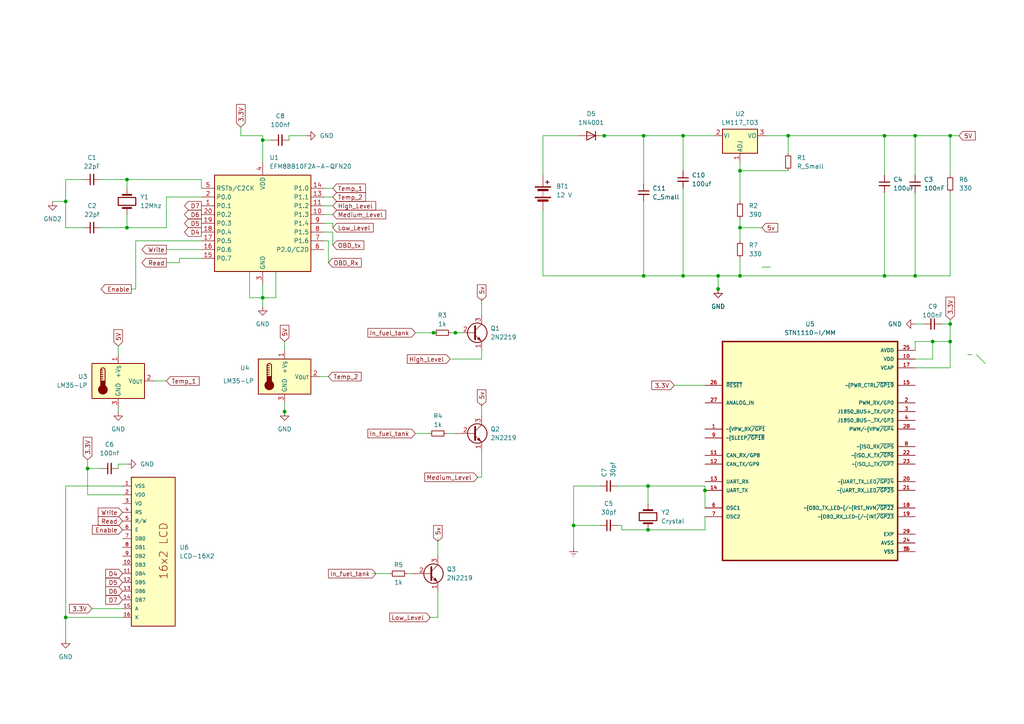
<source format=kicad_sch>
(kicad_sch (version 20230121) (generator eeschema)

  (uuid 3ff71c2d-2c62-4eea-8f8c-d58868a66181)

  (paper "A4")

  (title_block
    (title "Vehicle on board ( Aayush Gupta)")
  )

  (lib_symbols
    (symbol "Device:Battery" (pin_numbers hide) (pin_names (offset 0) hide) (in_bom yes) (on_board yes)
      (property "Reference" "BT" (at 2.54 2.54 0)
        (effects (font (size 1.27 1.27)) (justify left))
      )
      (property "Value" "Battery" (at 2.54 0 0)
        (effects (font (size 1.27 1.27)) (justify left))
      )
      (property "Footprint" "" (at 0 1.524 90)
        (effects (font (size 1.27 1.27)) hide)
      )
      (property "Datasheet" "~" (at 0 1.524 90)
        (effects (font (size 1.27 1.27)) hide)
      )
      (property "ki_keywords" "batt voltage-source cell" (at 0 0 0)
        (effects (font (size 1.27 1.27)) hide)
      )
      (property "ki_description" "Multiple-cell battery" (at 0 0 0)
        (effects (font (size 1.27 1.27)) hide)
      )
      (symbol "Battery_0_1"
        (rectangle (start -2.286 -1.27) (end 2.286 -1.524)
          (stroke (width 0) (type default))
          (fill (type outline))
        )
        (rectangle (start -2.286 1.778) (end 2.286 1.524)
          (stroke (width 0) (type default))
          (fill (type outline))
        )
        (rectangle (start -1.524 -2.032) (end 1.524 -2.54)
          (stroke (width 0) (type default))
          (fill (type outline))
        )
        (rectangle (start -1.524 1.016) (end 1.524 0.508)
          (stroke (width 0) (type default))
          (fill (type outline))
        )
        (polyline
          (pts
            (xy 0 -1.016)
            (xy 0 -0.762)
          )
          (stroke (width 0) (type default))
          (fill (type none))
        )
        (polyline
          (pts
            (xy 0 -0.508)
            (xy 0 -0.254)
          )
          (stroke (width 0) (type default))
          (fill (type none))
        )
        (polyline
          (pts
            (xy 0 0)
            (xy 0 0.254)
          )
          (stroke (width 0) (type default))
          (fill (type none))
        )
        (polyline
          (pts
            (xy 0 1.778)
            (xy 0 2.54)
          )
          (stroke (width 0) (type default))
          (fill (type none))
        )
        (polyline
          (pts
            (xy 0.762 3.048)
            (xy 1.778 3.048)
          )
          (stroke (width 0.254) (type default))
          (fill (type none))
        )
        (polyline
          (pts
            (xy 1.27 3.556)
            (xy 1.27 2.54)
          )
          (stroke (width 0.254) (type default))
          (fill (type none))
        )
      )
      (symbol "Battery_1_1"
        (pin passive line (at 0 5.08 270) (length 2.54)
          (name "+" (effects (font (size 1.27 1.27))))
          (number "1" (effects (font (size 1.27 1.27))))
        )
        (pin passive line (at 0 -5.08 90) (length 2.54)
          (name "-" (effects (font (size 1.27 1.27))))
          (number "2" (effects (font (size 1.27 1.27))))
        )
      )
    )
    (symbol "Device:C_Small" (pin_numbers hide) (pin_names (offset 0.254) hide) (in_bom yes) (on_board yes)
      (property "Reference" "C" (at 0.254 1.778 0)
        (effects (font (size 1.27 1.27)) (justify left))
      )
      (property "Value" "C_Small" (at 0.254 -2.032 0)
        (effects (font (size 1.27 1.27)) (justify left))
      )
      (property "Footprint" "" (at 0 0 0)
        (effects (font (size 1.27 1.27)) hide)
      )
      (property "Datasheet" "~" (at 0 0 0)
        (effects (font (size 1.27 1.27)) hide)
      )
      (property "ki_keywords" "capacitor cap" (at 0 0 0)
        (effects (font (size 1.27 1.27)) hide)
      )
      (property "ki_description" "Unpolarized capacitor, small symbol" (at 0 0 0)
        (effects (font (size 1.27 1.27)) hide)
      )
      (property "ki_fp_filters" "C_*" (at 0 0 0)
        (effects (font (size 1.27 1.27)) hide)
      )
      (symbol "C_Small_0_1"
        (polyline
          (pts
            (xy -1.524 -0.508)
            (xy 1.524 -0.508)
          )
          (stroke (width 0.3302) (type default))
          (fill (type none))
        )
        (polyline
          (pts
            (xy -1.524 0.508)
            (xy 1.524 0.508)
          )
          (stroke (width 0.3048) (type default))
          (fill (type none))
        )
      )
      (symbol "C_Small_1_1"
        (pin passive line (at 0 2.54 270) (length 2.032)
          (name "~" (effects (font (size 1.27 1.27))))
          (number "1" (effects (font (size 1.27 1.27))))
        )
        (pin passive line (at 0 -2.54 90) (length 2.032)
          (name "~" (effects (font (size 1.27 1.27))))
          (number "2" (effects (font (size 1.27 1.27))))
        )
      )
    )
    (symbol "Device:Crystal" (pin_numbers hide) (pin_names (offset 1.016) hide) (in_bom yes) (on_board yes)
      (property "Reference" "Y" (at 0 3.81 0)
        (effects (font (size 1.27 1.27)))
      )
      (property "Value" "Crystal" (at 0 -3.81 0)
        (effects (font (size 1.27 1.27)))
      )
      (property "Footprint" "" (at 0 0 0)
        (effects (font (size 1.27 1.27)) hide)
      )
      (property "Datasheet" "~" (at 0 0 0)
        (effects (font (size 1.27 1.27)) hide)
      )
      (property "ki_keywords" "quartz ceramic resonator oscillator" (at 0 0 0)
        (effects (font (size 1.27 1.27)) hide)
      )
      (property "ki_description" "Two pin crystal" (at 0 0 0)
        (effects (font (size 1.27 1.27)) hide)
      )
      (property "ki_fp_filters" "Crystal*" (at 0 0 0)
        (effects (font (size 1.27 1.27)) hide)
      )
      (symbol "Crystal_0_1"
        (rectangle (start -1.143 2.54) (end 1.143 -2.54)
          (stroke (width 0.3048) (type default))
          (fill (type none))
        )
        (polyline
          (pts
            (xy -2.54 0)
            (xy -1.905 0)
          )
          (stroke (width 0) (type default))
          (fill (type none))
        )
        (polyline
          (pts
            (xy -1.905 -1.27)
            (xy -1.905 1.27)
          )
          (stroke (width 0.508) (type default))
          (fill (type none))
        )
        (polyline
          (pts
            (xy 1.905 -1.27)
            (xy 1.905 1.27)
          )
          (stroke (width 0.508) (type default))
          (fill (type none))
        )
        (polyline
          (pts
            (xy 2.54 0)
            (xy 1.905 0)
          )
          (stroke (width 0) (type default))
          (fill (type none))
        )
      )
      (symbol "Crystal_1_1"
        (pin passive line (at -3.81 0 0) (length 1.27)
          (name "1" (effects (font (size 1.27 1.27))))
          (number "1" (effects (font (size 1.27 1.27))))
        )
        (pin passive line (at 3.81 0 180) (length 1.27)
          (name "2" (effects (font (size 1.27 1.27))))
          (number "2" (effects (font (size 1.27 1.27))))
        )
      )
    )
    (symbol "Device:R_Small" (pin_numbers hide) (pin_names (offset 0.254) hide) (in_bom yes) (on_board yes)
      (property "Reference" "R" (at 0.762 0.508 0)
        (effects (font (size 1.27 1.27)) (justify left))
      )
      (property "Value" "R_Small" (at 0.762 -1.016 0)
        (effects (font (size 1.27 1.27)) (justify left))
      )
      (property "Footprint" "" (at 0 0 0)
        (effects (font (size 1.27 1.27)) hide)
      )
      (property "Datasheet" "~" (at 0 0 0)
        (effects (font (size 1.27 1.27)) hide)
      )
      (property "ki_keywords" "R resistor" (at 0 0 0)
        (effects (font (size 1.27 1.27)) hide)
      )
      (property "ki_description" "Resistor, small symbol" (at 0 0 0)
        (effects (font (size 1.27 1.27)) hide)
      )
      (property "ki_fp_filters" "R_*" (at 0 0 0)
        (effects (font (size 1.27 1.27)) hide)
      )
      (symbol "R_Small_0_1"
        (rectangle (start -0.762 1.778) (end 0.762 -1.778)
          (stroke (width 0.2032) (type default))
          (fill (type none))
        )
      )
      (symbol "R_Small_1_1"
        (pin passive line (at 0 2.54 270) (length 0.762)
          (name "~" (effects (font (size 1.27 1.27))))
          (number "1" (effects (font (size 1.27 1.27))))
        )
        (pin passive line (at 0 -2.54 90) (length 0.762)
          (name "~" (effects (font (size 1.27 1.27))))
          (number "2" (effects (font (size 1.27 1.27))))
        )
      )
    )
    (symbol "Diode:1N4001" (pin_numbers hide) (pin_names hide) (in_bom yes) (on_board yes)
      (property "Reference" "D" (at 0 2.54 0)
        (effects (font (size 1.27 1.27)))
      )
      (property "Value" "1N4001" (at 0 -2.54 0)
        (effects (font (size 1.27 1.27)))
      )
      (property "Footprint" "Diode_THT:D_DO-41_SOD81_P10.16mm_Horizontal" (at 0 0 0)
        (effects (font (size 1.27 1.27)) hide)
      )
      (property "Datasheet" "http://www.vishay.com/docs/88503/1n4001.pdf" (at 0 0 0)
        (effects (font (size 1.27 1.27)) hide)
      )
      (property "Sim.Device" "D" (at 0 0 0)
        (effects (font (size 1.27 1.27)) hide)
      )
      (property "Sim.Pins" "1=K 2=A" (at 0 0 0)
        (effects (font (size 1.27 1.27)) hide)
      )
      (property "ki_keywords" "diode" (at 0 0 0)
        (effects (font (size 1.27 1.27)) hide)
      )
      (property "ki_description" "50V 1A General Purpose Rectifier Diode, DO-41" (at 0 0 0)
        (effects (font (size 1.27 1.27)) hide)
      )
      (property "ki_fp_filters" "D*DO?41*" (at 0 0 0)
        (effects (font (size 1.27 1.27)) hide)
      )
      (symbol "1N4001_0_1"
        (polyline
          (pts
            (xy -1.27 1.27)
            (xy -1.27 -1.27)
          )
          (stroke (width 0.254) (type default))
          (fill (type none))
        )
        (polyline
          (pts
            (xy 1.27 0)
            (xy -1.27 0)
          )
          (stroke (width 0) (type default))
          (fill (type none))
        )
        (polyline
          (pts
            (xy 1.27 1.27)
            (xy 1.27 -1.27)
            (xy -1.27 0)
            (xy 1.27 1.27)
          )
          (stroke (width 0.254) (type default))
          (fill (type none))
        )
      )
      (symbol "1N4001_1_1"
        (pin passive line (at -3.81 0 0) (length 2.54)
          (name "K" (effects (font (size 1.27 1.27))))
          (number "1" (effects (font (size 1.27 1.27))))
        )
        (pin passive line (at 3.81 0 180) (length 2.54)
          (name "A" (effects (font (size 1.27 1.27))))
          (number "2" (effects (font (size 1.27 1.27))))
        )
      )
    )
    (symbol "LCD-16X2:LCD-16X2" (pin_names (offset 1.016)) (in_bom yes) (on_board yes)
      (property "Reference" "U" (at -7.62 23.368 0)
        (effects (font (size 1.27 1.27)) (justify left bottom))
      )
      (property "Value" "LCD-16X2" (at -7.62 -22.86 0)
        (effects (font (size 1.27 1.27)) (justify left bottom))
      )
      (property "Footprint" "" (at 0 0 0)
        (effects (font (size 1.27 1.27)) hide)
      )
      (property "Datasheet" "" (at 0 0 0)
        (effects (font (size 1.27 1.27)) hide)
      )
      (symbol "LCD-16X2_0_0"
        (rectangle (start -7.62 -20.32) (end 5.08 22.86)
          (stroke (width 0.254) (type default))
          (fill (type background))
        )
        (text "16x2 LCD" (at 3.048 -6.858 900)
          (effects (font (size 2.286 2.286)) (justify left bottom))
        )
        (pin power_in line (at -10.16 20.32 0) (length 2.54)
          (name "VSS" (effects (font (size 1.016 1.016))))
          (number "1" (effects (font (size 1.016 1.016))))
        )
        (pin bidirectional line (at -10.16 -2.54 0) (length 2.54)
          (name "DB3" (effects (font (size 1.016 1.016))))
          (number "10" (effects (font (size 1.016 1.016))))
        )
        (pin bidirectional line (at -10.16 -5.08 0) (length 2.54)
          (name "DB4" (effects (font (size 1.016 1.016))))
          (number "11" (effects (font (size 1.016 1.016))))
        )
        (pin bidirectional line (at -10.16 -7.62 0) (length 2.54)
          (name "DB5" (effects (font (size 1.016 1.016))))
          (number "12" (effects (font (size 1.016 1.016))))
        )
        (pin bidirectional line (at -10.16 -10.16 0) (length 2.54)
          (name "DB6" (effects (font (size 1.016 1.016))))
          (number "13" (effects (font (size 1.016 1.016))))
        )
        (pin bidirectional line (at -10.16 -12.7 0) (length 2.54)
          (name "DB7" (effects (font (size 1.016 1.016))))
          (number "14" (effects (font (size 1.016 1.016))))
        )
        (pin power_in line (at -10.16 -15.24 0) (length 2.54)
          (name "A" (effects (font (size 1.016 1.016))))
          (number "15" (effects (font (size 1.016 1.016))))
        )
        (pin power_in line (at -10.16 -17.78 0) (length 2.54)
          (name "K" (effects (font (size 1.016 1.016))))
          (number "16" (effects (font (size 1.016 1.016))))
        )
        (pin power_in line (at -10.16 17.78 0) (length 2.54)
          (name "VDD" (effects (font (size 1.016 1.016))))
          (number "2" (effects (font (size 1.016 1.016))))
        )
        (pin bidirectional line (at -10.16 15.24 0) (length 2.54)
          (name "VO" (effects (font (size 1.016 1.016))))
          (number "3" (effects (font (size 1.016 1.016))))
        )
        (pin input line (at -10.16 12.7 0) (length 2.54)
          (name "RS" (effects (font (size 1.016 1.016))))
          (number "4" (effects (font (size 1.016 1.016))))
        )
        (pin input line (at -10.16 10.16 0) (length 2.54)
          (name "R/W" (effects (font (size 1.016 1.016))))
          (number "5" (effects (font (size 1.016 1.016))))
        )
        (pin input line (at -10.16 7.62 0) (length 2.54)
          (name "E" (effects (font (size 1.016 1.016))))
          (number "6" (effects (font (size 1.016 1.016))))
        )
        (pin bidirectional line (at -10.16 5.08 0) (length 2.54)
          (name "DB0" (effects (font (size 1.016 1.016))))
          (number "7" (effects (font (size 1.016 1.016))))
        )
        (pin bidirectional line (at -10.16 2.54 0) (length 2.54)
          (name "DB1" (effects (font (size 1.016 1.016))))
          (number "8" (effects (font (size 1.016 1.016))))
        )
        (pin bidirectional line (at -10.16 0 0) (length 2.54)
          (name "DB2" (effects (font (size 1.016 1.016))))
          (number "9" (effects (font (size 1.016 1.016))))
        )
      )
    )
    (symbol "MCU_SiliconLabs:EFM8BB10F2A-A-QFN20" (in_bom yes) (on_board yes)
      (property "Reference" "U" (at -13.97 15.24 0)
        (effects (font (size 1.27 1.27)) (justify left))
      )
      (property "Value" "EFM8BB10F2A-A-QFN20" (at 1.27 15.24 0)
        (effects (font (size 1.27 1.27)) (justify left))
      )
      (property "Footprint" "Package_DFN_QFN:SiliconLabs_QFN-20-1EP_3x3mm_P0.5mm_EP1.8x1.8mm" (at 0 20.32 0)
        (effects (font (size 1.27 1.27)) hide)
      )
      (property "Datasheet" "https://www.silabs.com/documents/public/data-sheets/efm8bb1-datasheet.pdf" (at 0 0 0)
        (effects (font (size 1.27 1.27)) hide)
      )
      (property "ki_keywords" "8051 microcontroller PWM UART SPI I2C ADC QFN20 automotive" (at 0 0 0)
        (effects (font (size 1.27 1.27)) hide)
      )
      (property "ki_description" "8051-compatible microcontroller, 25 MHz, 2.2 to 3.6V, 2K flash, 256B RAM, -40 to +125 C (automotive), QFN20" (at 0 0 0)
        (effects (font (size 1.27 1.27)) hide)
      )
      (property "ki_fp_filters" "SiliconLabs*QFN*1EP*3x3mm*P0.5mm*" (at 0 0 0)
        (effects (font (size 1.27 1.27)) hide)
      )
      (symbol "EFM8BB10F2A-A-QFN20_0_1"
        (rectangle (start -13.97 13.97) (end 13.97 -13.97)
          (stroke (width 0.254) (type default))
          (fill (type background))
        )
        (pin bidirectional line (at -17.78 5.08 0) (length 3.81)
          (name "P0.1" (effects (font (size 1.27 1.27))))
          (number "1" (effects (font (size 1.27 1.27))))
        )
        (pin bidirectional line (at 17.78 2.54 180) (length 3.81)
          (name "P1.3" (effects (font (size 1.27 1.27))))
          (number "10" (effects (font (size 1.27 1.27))))
        )
        (pin bidirectional line (at 17.78 5.08 180) (length 3.81)
          (name "P1.2" (effects (font (size 1.27 1.27))))
          (number "11" (effects (font (size 1.27 1.27))))
        )
        (pin passive line (at 0 -17.78 90) (length 3.81) hide
          (name "GND" (effects (font (size 1.27 1.27))))
          (number "12" (effects (font (size 1.27 1.27))))
        )
        (pin bidirectional line (at 17.78 7.62 180) (length 3.81)
          (name "P1.1" (effects (font (size 1.27 1.27))))
          (number "13" (effects (font (size 1.27 1.27))))
        )
        (pin bidirectional line (at 17.78 10.16 180) (length 3.81)
          (name "P1.0" (effects (font (size 1.27 1.27))))
          (number "14" (effects (font (size 1.27 1.27))))
        )
        (pin bidirectional line (at -17.78 -10.16 0) (length 3.81)
          (name "P0.7" (effects (font (size 1.27 1.27))))
          (number "15" (effects (font (size 1.27 1.27))))
        )
        (pin bidirectional line (at -17.78 -7.62 0) (length 3.81)
          (name "P0.6" (effects (font (size 1.27 1.27))))
          (number "16" (effects (font (size 1.27 1.27))))
        )
        (pin bidirectional line (at -17.78 -5.08 0) (length 3.81)
          (name "P0.5" (effects (font (size 1.27 1.27))))
          (number "17" (effects (font (size 1.27 1.27))))
        )
        (pin bidirectional line (at -17.78 -2.54 0) (length 3.81)
          (name "P0.4" (effects (font (size 1.27 1.27))))
          (number "18" (effects (font (size 1.27 1.27))))
        )
        (pin bidirectional line (at -17.78 0 0) (length 3.81)
          (name "P0.3" (effects (font (size 1.27 1.27))))
          (number "19" (effects (font (size 1.27 1.27))))
        )
        (pin bidirectional line (at -17.78 7.62 0) (length 3.81)
          (name "P0.0" (effects (font (size 1.27 1.27))))
          (number "2" (effects (font (size 1.27 1.27))))
        )
        (pin bidirectional line (at -17.78 2.54 0) (length 3.81)
          (name "P0.2" (effects (font (size 1.27 1.27))))
          (number "20" (effects (font (size 1.27 1.27))))
        )
        (pin passive line (at 0 -17.78 90) (length 3.81) hide
          (name "GND" (effects (font (size 1.27 1.27))))
          (number "21" (effects (font (size 1.27 1.27))))
        )
        (pin power_in line (at 0 -17.78 90) (length 3.81)
          (name "GND" (effects (font (size 1.27 1.27))))
          (number "3" (effects (font (size 1.27 1.27))))
        )
        (pin power_in line (at 0 17.78 270) (length 3.81)
          (name "VDD" (effects (font (size 1.27 1.27))))
          (number "4" (effects (font (size 1.27 1.27))))
        )
        (pin input line (at -17.78 10.16 0) (length 3.81)
          (name "RSTb/C2CK" (effects (font (size 1.27 1.27))))
          (number "5" (effects (font (size 1.27 1.27))))
        )
        (pin bidirectional line (at 17.78 -7.62 180) (length 3.81)
          (name "P2.0/C2D" (effects (font (size 1.27 1.27))))
          (number "6" (effects (font (size 1.27 1.27))))
        )
        (pin bidirectional line (at 17.78 -5.08 180) (length 3.81)
          (name "P1.6" (effects (font (size 1.27 1.27))))
          (number "7" (effects (font (size 1.27 1.27))))
        )
        (pin bidirectional line (at 17.78 -2.54 180) (length 3.81)
          (name "P1.5" (effects (font (size 1.27 1.27))))
          (number "8" (effects (font (size 1.27 1.27))))
        )
        (pin bidirectional line (at 17.78 0 180) (length 3.81)
          (name "P1.4" (effects (font (size 1.27 1.27))))
          (number "9" (effects (font (size 1.27 1.27))))
        )
      )
    )
    (symbol "Regulator_Linear:LM117_TO3" (pin_names (offset 0.254)) (in_bom yes) (on_board yes)
      (property "Reference" "U" (at -3.81 3.175 0)
        (effects (font (size 1.27 1.27)))
      )
      (property "Value" "LM117_TO3" (at 0 3.175 0)
        (effects (font (size 1.27 1.27)) (justify left))
      )
      (property "Footprint" "Package_TO_SOT_THT:TO-3" (at 0 5.08 0)
        (effects (font (size 1.27 1.27) italic) hide)
      )
      (property "Datasheet" "http://www.ti.com/lit/ds/symlink/lm317.pdf" (at 0 0 0)
        (effects (font (size 1.27 1.27)) hide)
      )
      (property "ki_keywords" "Adjustable Voltage Regulator 1,5A Positive" (at 0 0 0)
        (effects (font (size 1.27 1.27)) hide)
      )
      (property "ki_description" "1,5A 35V Adjustable Linear Regulator, TO-3" (at 0 0 0)
        (effects (font (size 1.27 1.27)) hide)
      )
      (property "ki_fp_filters" "TO?3*" (at 0 0 0)
        (effects (font (size 1.27 1.27)) hide)
      )
      (symbol "LM117_TO3_0_1"
        (rectangle (start -5.08 1.905) (end 5.08 -5.08)
          (stroke (width 0.254) (type default))
          (fill (type background))
        )
      )
      (symbol "LM117_TO3_1_1"
        (pin input line (at 0 -7.62 90) (length 2.54)
          (name "ADJ" (effects (font (size 1.27 1.27))))
          (number "1" (effects (font (size 1.27 1.27))))
        )
        (pin power_in line (at -7.62 0 0) (length 2.54)
          (name "VI" (effects (font (size 1.27 1.27))))
          (number "2" (effects (font (size 1.27 1.27))))
        )
        (pin power_out line (at 7.62 0 180) (length 2.54)
          (name "VO" (effects (font (size 1.27 1.27))))
          (number "3" (effects (font (size 1.27 1.27))))
        )
      )
    )
    (symbol "STN1110-I_MM:STN1110-I{slash}MM" (pin_names (offset 1.016)) (in_bom yes) (on_board yes)
      (property "Reference" "U" (at -25.4 34.29 0)
        (effects (font (size 1.27 1.27)) (justify left bottom))
      )
      (property "Value" "STN1110-I{slash}MM" (at -25.4 -31.75 0)
        (effects (font (size 1.27 1.27)) (justify left top))
      )
      (property "Footprint" "QFN65P600X600X100-29N" (at 0 0 0)
        (effects (font (size 1.27 1.27)) (justify bottom) hide)
      )
      (property "Datasheet" "" (at 0 0 0)
        (effects (font (size 1.27 1.27)) hide)
      )
      (property "PARTREV" "F" (at 0 0 0)
        (effects (font (size 1.27 1.27)) (justify bottom) hide)
      )
      (property "MANUFACTURER" "OBD Solutions" (at 0 0 0)
        (effects (font (size 1.27 1.27)) (justify bottom) hide)
      )
      (property "MAXIMUM_PACKAGE_HEIGHT" "1.0 mm" (at 0 0 0)
        (effects (font (size 1.27 1.27)) (justify bottom) hide)
      )
      (property "STANDARD" "IPC 7351B" (at 0 0 0)
        (effects (font (size 1.27 1.27)) (justify bottom) hide)
      )
      (symbol "STN1110-I{slash}MM_0_0"
        (rectangle (start -25.4 -30.48) (end 25.4 33.02)
          (stroke (width 0.41) (type default))
          (fill (type background))
        )
        (pin input line (at -30.48 7.62 0) (length 5.08)
          (name "~{VPW_RX~{/GP1}" (effects (font (size 1.016 1.016))))
          (number "1" (effects (font (size 1.016 1.016))))
        )
        (pin power_in line (at 30.48 27.94 180) (length 5.08)
          (name "VDD" (effects (font (size 1.016 1.016))))
          (number "10" (effects (font (size 1.016 1.016))))
        )
        (pin input line (at -30.48 0 0) (length 5.08)
          (name "CAN_RX/GP8" (effects (font (size 1.016 1.016))))
          (number "11" (effects (font (size 1.016 1.016))))
        )
        (pin output line (at -30.48 -2.54 0) (length 5.08)
          (name "CAN_TX/GP9" (effects (font (size 1.016 1.016))))
          (number "12" (effects (font (size 1.016 1.016))))
        )
        (pin input line (at -30.48 -7.62 0) (length 5.08)
          (name "UART_RX" (effects (font (size 1.016 1.016))))
          (number "13" (effects (font (size 1.016 1.016))))
        )
        (pin output line (at -30.48 -10.16 0) (length 5.08)
          (name "UART_TX" (effects (font (size 1.016 1.016))))
          (number "14" (effects (font (size 1.016 1.016))))
        )
        (pin output line (at 30.48 20.32 180) (length 5.08)
          (name "~{PWR_CTRL~{/GP19}" (effects (font (size 1.016 1.016))))
          (number "15" (effects (font (size 1.016 1.016))))
        )
        (pin power_in line (at 30.48 -27.94 180) (length 5.08)
          (name "VSS" (effects (font (size 1.016 1.016))))
          (number "16" (effects (font (size 1.016 1.016))))
        )
        (pin power_in line (at 30.48 25.4 180) (length 5.08)
          (name "VCAP" (effects (font (size 1.016 1.016))))
          (number "17" (effects (font (size 1.016 1.016))))
        )
        (pin bidirectional line (at 30.48 -15.24 180) (length 5.08)
          (name "~{OBD_TX_LED~{/~{RST_NVM~{/GP22}" (effects (font (size 1.016 1.016))))
          (number "18" (effects (font (size 1.016 1.016))))
        )
        (pin bidirectional line (at 30.48 -17.78 180) (length 5.08)
          (name "~{OBD_RX_LED~{/~{INT~{/GP23}" (effects (font (size 1.016 1.016))))
          (number "19" (effects (font (size 1.016 1.016))))
        )
        (pin input line (at 30.48 15.24 180) (length 5.08)
          (name "PWM_RX/GP0" (effects (font (size 1.016 1.016))))
          (number "2" (effects (font (size 1.016 1.016))))
        )
        (pin output line (at 30.48 -7.62 180) (length 5.08)
          (name "~{UART_TX_LED~{/GP24}" (effects (font (size 1.016 1.016))))
          (number "20" (effects (font (size 1.016 1.016))))
        )
        (pin output line (at 30.48 -10.16 180) (length 5.08)
          (name "~{UART_RX_LED~{/GP25}" (effects (font (size 1.016 1.016))))
          (number "21" (effects (font (size 1.016 1.016))))
        )
        (pin output line (at 30.48 0 180) (length 5.08)
          (name "~{ISO_K_TX~{/GP6}" (effects (font (size 1.016 1.016))))
          (number "22" (effects (font (size 1.016 1.016))))
        )
        (pin output line (at 30.48 -2.54 180) (length 5.08)
          (name "~{ISO_L_TX~{/GP7}" (effects (font (size 1.016 1.016))))
          (number "23" (effects (font (size 1.016 1.016))))
        )
        (pin power_in line (at 30.48 -25.4 180) (length 5.08)
          (name "AVSS" (effects (font (size 1.016 1.016))))
          (number "24" (effects (font (size 1.016 1.016))))
        )
        (pin power_in line (at 30.48 30.48 180) (length 5.08)
          (name "AVDD" (effects (font (size 1.016 1.016))))
          (number "25" (effects (font (size 1.016 1.016))))
        )
        (pin input line (at -30.48 20.32 0) (length 5.08)
          (name "~{RESET}" (effects (font (size 1.016 1.016))))
          (number "26" (effects (font (size 1.016 1.016))))
        )
        (pin input line (at -30.48 15.24 0) (length 5.08)
          (name "ANALOG_IN" (effects (font (size 1.016 1.016))))
          (number "27" (effects (font (size 1.016 1.016))))
        )
        (pin output line (at 30.48 7.62 180) (length 5.08)
          (name "PWM/~{VPW~{/GP4}" (effects (font (size 1.016 1.016))))
          (number "28" (effects (font (size 1.016 1.016))))
        )
        (pin power_in line (at 30.48 -22.86 180) (length 5.08)
          (name "EXP" (effects (font (size 1.016 1.016))))
          (number "29" (effects (font (size 1.016 1.016))))
        )
        (pin output line (at 30.48 12.7 180) (length 5.08)
          (name "J1850_BUS+_TX/GP2" (effects (font (size 1.016 1.016))))
          (number "3" (effects (font (size 1.016 1.016))))
        )
        (pin output line (at 30.48 10.16 180) (length 5.08)
          (name "J1850_BUS-_TX/GP3" (effects (font (size 1.016 1.016))))
          (number "4" (effects (font (size 1.016 1.016))))
        )
        (pin power_in line (at 30.48 -27.94 180) (length 5.08)
          (name "VSS" (effects (font (size 1.016 1.016))))
          (number "5" (effects (font (size 1.016 1.016))))
        )
        (pin input line (at -30.48 -15.24 0) (length 5.08)
          (name "OSC1" (effects (font (size 1.016 1.016))))
          (number "6" (effects (font (size 1.016 1.016))))
        )
        (pin output line (at -30.48 -17.78 0) (length 5.08)
          (name "OSC2" (effects (font (size 1.016 1.016))))
          (number "7" (effects (font (size 1.016 1.016))))
        )
        (pin input line (at 30.48 2.54 180) (length 5.08)
          (name "~{ISO_RX~{/GP5}" (effects (font (size 1.016 1.016))))
          (number "8" (effects (font (size 1.016 1.016))))
        )
        (pin input line (at -30.48 5.08 0) (length 5.08)
          (name "~{SLEEP~{/GP18}" (effects (font (size 1.016 1.016))))
          (number "9" (effects (font (size 1.016 1.016))))
        )
      )
    )
    (symbol "Sensor_Temperature:LM35-LP" (in_bom yes) (on_board yes)
      (property "Reference" "U" (at -6.35 6.35 0)
        (effects (font (size 1.27 1.27)))
      )
      (property "Value" "LM35-LP" (at 1.27 6.35 0)
        (effects (font (size 1.27 1.27)) (justify left))
      )
      (property "Footprint" "Package_TO_SOT_THT:TO-92_Inline" (at 1.27 -6.35 0)
        (effects (font (size 1.27 1.27)) (justify left) hide)
      )
      (property "Datasheet" "http://www.ti.com/lit/ds/symlink/lm35.pdf" (at 0 0 0)
        (effects (font (size 1.27 1.27)) hide)
      )
      (property "ki_keywords" "temperature sensor thermistor" (at 0 0 0)
        (effects (font (size 1.27 1.27)) hide)
      )
      (property "ki_description" "Precision centigrade temperature sensor, TO-92" (at 0 0 0)
        (effects (font (size 1.27 1.27)) hide)
      )
      (property "ki_fp_filters" "TO?92*" (at 0 0 0)
        (effects (font (size 1.27 1.27)) hide)
      )
      (symbol "LM35-LP_0_1"
        (rectangle (start -7.62 5.08) (end 7.62 -5.08)
          (stroke (width 0.254) (type default))
          (fill (type background))
        )
        (circle (center -4.445 -2.54) (radius 1.27)
          (stroke (width 0.254) (type default))
          (fill (type outline))
        )
        (rectangle (start -3.81 -1.905) (end -5.08 0)
          (stroke (width 0.254) (type default))
          (fill (type outline))
        )
        (arc (start -3.81 3.175) (mid -4.445 3.8073) (end -5.08 3.175)
          (stroke (width 0.254) (type default))
          (fill (type none))
        )
        (polyline
          (pts
            (xy -5.08 0.635)
            (xy -4.445 0.635)
          )
          (stroke (width 0.254) (type default))
          (fill (type none))
        )
        (polyline
          (pts
            (xy -5.08 1.27)
            (xy -4.445 1.27)
          )
          (stroke (width 0.254) (type default))
          (fill (type none))
        )
        (polyline
          (pts
            (xy -5.08 1.905)
            (xy -4.445 1.905)
          )
          (stroke (width 0.254) (type default))
          (fill (type none))
        )
        (polyline
          (pts
            (xy -5.08 2.54)
            (xy -4.445 2.54)
          )
          (stroke (width 0.254) (type default))
          (fill (type none))
        )
        (polyline
          (pts
            (xy -5.08 3.175)
            (xy -5.08 0)
          )
          (stroke (width 0.254) (type default))
          (fill (type none))
        )
        (polyline
          (pts
            (xy -5.08 3.175)
            (xy -4.445 3.175)
          )
          (stroke (width 0.254) (type default))
          (fill (type none))
        )
        (polyline
          (pts
            (xy -3.81 3.175)
            (xy -3.81 0)
          )
          (stroke (width 0.254) (type default))
          (fill (type none))
        )
      )
      (symbol "LM35-LP_1_1"
        (pin power_in line (at 0 7.62 270) (length 2.54)
          (name "+V_{S}" (effects (font (size 1.27 1.27))))
          (number "1" (effects (font (size 1.27 1.27))))
        )
        (pin output line (at 10.16 0 180) (length 2.54)
          (name "V_{OUT}" (effects (font (size 1.27 1.27))))
          (number "2" (effects (font (size 1.27 1.27))))
        )
        (pin power_in line (at 0 -7.62 90) (length 2.54)
          (name "GND" (effects (font (size 1.27 1.27))))
          (number "3" (effects (font (size 1.27 1.27))))
        )
      )
    )
    (symbol "Transistor_BJT:2N2219" (pin_names (offset 0) hide) (in_bom yes) (on_board yes)
      (property "Reference" "Q" (at 5.08 1.905 0)
        (effects (font (size 1.27 1.27)) (justify left))
      )
      (property "Value" "2N2219" (at 5.08 0 0)
        (effects (font (size 1.27 1.27)) (justify left))
      )
      (property "Footprint" "Package_TO_SOT_THT:TO-39-3" (at 5.08 -1.905 0)
        (effects (font (size 1.27 1.27) italic) (justify left) hide)
      )
      (property "Datasheet" "http://www.onsemi.com/pub_link/Collateral/2N2219-D.PDF" (at 0 0 0)
        (effects (font (size 1.27 1.27)) (justify left) hide)
      )
      (property "ki_keywords" "NPN Transistor" (at 0 0 0)
        (effects (font (size 1.27 1.27)) hide)
      )
      (property "ki_description" "800mA Ic, 50V Vce, NPN Transistor, TO-39" (at 0 0 0)
        (effects (font (size 1.27 1.27)) hide)
      )
      (property "ki_fp_filters" "TO?39*" (at 0 0 0)
        (effects (font (size 1.27 1.27)) hide)
      )
      (symbol "2N2219_0_1"
        (polyline
          (pts
            (xy 0.635 0.635)
            (xy 2.54 2.54)
          )
          (stroke (width 0) (type default))
          (fill (type none))
        )
        (polyline
          (pts
            (xy 0.635 -0.635)
            (xy 2.54 -2.54)
            (xy 2.54 -2.54)
          )
          (stroke (width 0) (type default))
          (fill (type none))
        )
        (polyline
          (pts
            (xy 0.635 1.905)
            (xy 0.635 -1.905)
            (xy 0.635 -1.905)
          )
          (stroke (width 0.508) (type default))
          (fill (type none))
        )
        (polyline
          (pts
            (xy 1.27 -1.778)
            (xy 1.778 -1.27)
            (xy 2.286 -2.286)
            (xy 1.27 -1.778)
            (xy 1.27 -1.778)
          )
          (stroke (width 0) (type default))
          (fill (type outline))
        )
        (circle (center 1.27 0) (radius 2.8194)
          (stroke (width 0.254) (type default))
          (fill (type none))
        )
      )
      (symbol "2N2219_1_1"
        (pin passive line (at 2.54 -5.08 90) (length 2.54)
          (name "E" (effects (font (size 1.27 1.27))))
          (number "1" (effects (font (size 1.27 1.27))))
        )
        (pin passive line (at -5.08 0 0) (length 5.715)
          (name "B" (effects (font (size 1.27 1.27))))
          (number "2" (effects (font (size 1.27 1.27))))
        )
        (pin passive line (at 2.54 5.08 270) (length 2.54)
          (name "C" (effects (font (size 1.27 1.27))))
          (number "3" (effects (font (size 1.27 1.27))))
        )
      )
    )
    (symbol "power:Earth" (power) (pin_names (offset 0)) (in_bom yes) (on_board yes)
      (property "Reference" "#PWR" (at 0 -6.35 0)
        (effects (font (size 1.27 1.27)) hide)
      )
      (property "Value" "Earth" (at 0 -3.81 0)
        (effects (font (size 1.27 1.27)) hide)
      )
      (property "Footprint" "" (at 0 0 0)
        (effects (font (size 1.27 1.27)) hide)
      )
      (property "Datasheet" "~" (at 0 0 0)
        (effects (font (size 1.27 1.27)) hide)
      )
      (property "ki_keywords" "global ground gnd" (at 0 0 0)
        (effects (font (size 1.27 1.27)) hide)
      )
      (property "ki_description" "Power symbol creates a global label with name \"Earth\"" (at 0 0 0)
        (effects (font (size 1.27 1.27)) hide)
      )
      (symbol "Earth_0_1"
        (polyline
          (pts
            (xy -0.635 -1.905)
            (xy 0.635 -1.905)
          )
          (stroke (width 0) (type default))
          (fill (type none))
        )
        (polyline
          (pts
            (xy -0.127 -2.54)
            (xy 0.127 -2.54)
          )
          (stroke (width 0) (type default))
          (fill (type none))
        )
        (polyline
          (pts
            (xy 0 -1.27)
            (xy 0 0)
          )
          (stroke (width 0) (type default))
          (fill (type none))
        )
        (polyline
          (pts
            (xy 1.27 -1.27)
            (xy -1.27 -1.27)
          )
          (stroke (width 0) (type default))
          (fill (type none))
        )
      )
      (symbol "Earth_1_1"
        (pin power_in line (at 0 0 270) (length 0) hide
          (name "Earth" (effects (font (size 1.27 1.27))))
          (number "1" (effects (font (size 1.27 1.27))))
        )
      )
    )
    (symbol "power:GND" (power) (pin_names (offset 0)) (in_bom yes) (on_board yes)
      (property "Reference" "#PWR" (at 0 -6.35 0)
        (effects (font (size 1.27 1.27)) hide)
      )
      (property "Value" "GND" (at 0 -3.81 0)
        (effects (font (size 1.27 1.27)))
      )
      (property "Footprint" "" (at 0 0 0)
        (effects (font (size 1.27 1.27)) hide)
      )
      (property "Datasheet" "" (at 0 0 0)
        (effects (font (size 1.27 1.27)) hide)
      )
      (property "ki_keywords" "global power" (at 0 0 0)
        (effects (font (size 1.27 1.27)) hide)
      )
      (property "ki_description" "Power symbol creates a global label with name \"GND\" , ground" (at 0 0 0)
        (effects (font (size 1.27 1.27)) hide)
      )
      (symbol "GND_0_1"
        (polyline
          (pts
            (xy 0 0)
            (xy 0 -1.27)
            (xy 1.27 -1.27)
            (xy 0 -2.54)
            (xy -1.27 -1.27)
            (xy 0 -1.27)
          )
          (stroke (width 0) (type default))
          (fill (type none))
        )
      )
      (symbol "GND_1_1"
        (pin power_in line (at 0 0 270) (length 0) hide
          (name "GND" (effects (font (size 1.27 1.27))))
          (number "1" (effects (font (size 1.27 1.27))))
        )
      )
    )
    (symbol "power:GND2" (power) (pin_names (offset 0)) (in_bom yes) (on_board yes)
      (property "Reference" "#PWR" (at 0 -6.35 0)
        (effects (font (size 1.27 1.27)) hide)
      )
      (property "Value" "GND2" (at 0 -3.81 0)
        (effects (font (size 1.27 1.27)))
      )
      (property "Footprint" "" (at 0 0 0)
        (effects (font (size 1.27 1.27)) hide)
      )
      (property "Datasheet" "" (at 0 0 0)
        (effects (font (size 1.27 1.27)) hide)
      )
      (property "ki_keywords" "global power" (at 0 0 0)
        (effects (font (size 1.27 1.27)) hide)
      )
      (property "ki_description" "Power symbol creates a global label with name \"GND2\" , ground" (at 0 0 0)
        (effects (font (size 1.27 1.27)) hide)
      )
      (symbol "GND2_0_1"
        (polyline
          (pts
            (xy 0 0)
            (xy 0 -1.27)
            (xy 1.27 -1.27)
            (xy 0 -2.54)
            (xy -1.27 -1.27)
            (xy 0 -1.27)
          )
          (stroke (width 0) (type default))
          (fill (type none))
        )
      )
      (symbol "GND2_1_1"
        (pin power_in line (at 0 0 270) (length 0) hide
          (name "GND2" (effects (font (size 1.27 1.27))))
          (number "1" (effects (font (size 1.27 1.27))))
        )
      )
    )
  )

  (junction (at 198.12 80.01) (diameter 0) (color 0 0 0 0)
    (uuid 0348a35d-f47b-48de-afe5-c0ff8614ac02)
  )
  (junction (at 208.28 80.01) (diameter 0) (color 0 0 0 0)
    (uuid 0de4f834-9b18-4df8-93c6-cf00e660483a)
  )
  (junction (at 25.4 135.89) (diameter 0) (color 0 0 0 0)
    (uuid 23cc6bd1-8bca-4bea-9d22-02bf5ac79bca)
  )
  (junction (at 204.47 142.24) (diameter 0) (color 0 0 0 0)
    (uuid 265c0165-aebb-4d21-ba25-512290dc9c06)
  )
  (junction (at 275.59 39.37) (diameter 0) (color 0 0 0 0)
    (uuid 3603a772-231c-4de6-8c67-507019d4c453)
  )
  (junction (at 19.05 179.07) (diameter 0) (color 0 0 0 0)
    (uuid 37a7c66d-07ec-4910-b280-0dbfb07567a3)
  )
  (junction (at 125.73 96.52) (diameter 0) (color 0 0 0 0)
    (uuid 39747174-0ce7-419d-9035-547cf9fc5a95)
  )
  (junction (at 228.6 39.37) (diameter 0) (color 0 0 0 0)
    (uuid 413bbf81-ee78-479e-8708-07882f1395df)
  )
  (junction (at 256.54 80.01) (diameter 0) (color 0 0 0 0)
    (uuid 45905657-9cd2-43bc-b443-f796a5f04bb2)
  )
  (junction (at 214.63 49.53) (diameter 0) (color 0 0 0 0)
    (uuid 4cb7f1df-3486-4fa8-9ef8-6b1e3ce77f9a)
  )
  (junction (at 76.2 40.64) (diameter 0) (color 0 0 0 0)
    (uuid 53c86c4b-330f-4ba3-99bd-81f0ad6391d1)
  )
  (junction (at 275.59 99.06) (diameter 0) (color 0 0 0 0)
    (uuid 7060f567-3c9f-4dba-8aed-c29b83bd962a)
  )
  (junction (at 256.54 39.37) (diameter 0) (color 0 0 0 0)
    (uuid 74c8681b-d0d9-4de3-bd69-109f2321e9b8)
  )
  (junction (at 175.26 39.37) (diameter 0) (color 0 0 0 0)
    (uuid 755f538f-cf5f-41a7-a3cf-233da6182207)
  )
  (junction (at 36.83 66.04) (diameter 0) (color 0 0 0 0)
    (uuid 77038b2b-a0ea-456c-97e4-e543b3302411)
  )
  (junction (at 166.37 152.4) (diameter 0) (color 0 0 0 0)
    (uuid 9335bb37-f8d7-4ac1-97b5-e17484ce904c)
  )
  (junction (at 265.43 80.01) (diameter 0) (color 0 0 0 0)
    (uuid 93add94f-73c5-47be-b90d-fa1f2e0db241)
  )
  (junction (at 198.12 39.37) (diameter 0) (color 0 0 0 0)
    (uuid af2aa381-6ed2-4a08-8ca6-72837dd947a5)
  )
  (junction (at 275.59 93.98) (diameter 0) (color 0 0 0 0)
    (uuid afc664b4-bb01-4aac-8eec-f1ed29480cd0)
  )
  (junction (at 132.08 96.52) (diameter 0) (color 0 0 0 0)
    (uuid c41b1fbf-2160-4a2c-a1ba-ae10247e0444)
  )
  (junction (at 214.63 66.04) (diameter 0) (color 0 0 0 0)
    (uuid c63caac3-0ea0-49f9-ac3d-b8a7e08aff06)
  )
  (junction (at 82.55 119.38) (diameter 0) (color 0 0 0 0)
    (uuid d0a87089-f363-4e70-8632-133acf430191)
  )
  (junction (at 187.96 153.67) (diameter 0) (color 0 0 0 0)
    (uuid d6a63d2b-7a1c-446e-aa27-150c5821b06b)
  )
  (junction (at 186.69 39.37) (diameter 0) (color 0 0 0 0)
    (uuid dd3bc1d7-46f8-4212-81a9-e59caea9e585)
  )
  (junction (at 76.2 86.36) (diameter 0) (color 0 0 0 0)
    (uuid ea2334fb-aa4d-4ae1-a943-bcac8f4ed07a)
  )
  (junction (at 36.83 52.07) (diameter 0) (color 0 0 0 0)
    (uuid ef0459e0-6964-49a0-b54f-12296da02c07)
  )
  (junction (at 208.28 83.82) (diameter 0) (color 0 0 0 0)
    (uuid ef2f585c-82cd-4dc8-bbe5-d7a6a67273c3)
  )
  (junction (at 187.96 140.97) (diameter 0) (color 0 0 0 0)
    (uuid f24bf014-c80e-4cd1-b68a-0455baa2111b)
  )
  (junction (at 19.05 58.42) (diameter 0) (color 0 0 0 0)
    (uuid f4b3e212-af3b-43b4-ba80-10e370514999)
  )
  (junction (at 265.43 39.37) (diameter 0) (color 0 0 0 0)
    (uuid f52c0fd8-349f-4211-bd58-5b8546b51e65)
  )
  (junction (at 186.69 80.01) (diameter 0) (color 0 0 0 0)
    (uuid f641345f-d97e-4dd3-8866-8c45006b2a62)
  )
  (junction (at 270.51 99.06) (diameter 0) (color 0 0 0 0)
    (uuid fe54a268-71ce-4443-a5ab-014d1ef690f8)
  )
  (junction (at 214.63 80.01) (diameter 0) (color 0 0 0 0)
    (uuid fefd4e3b-26b5-4a84-af56-1ef3e38916ec)
  )

  (bus_entry (at 283.21 102.87) (size 2.54 2.54)
    (stroke (width 0) (type default))
    (uuid 39257c31-9b8b-465e-acd0-6e0259f34d0a)
  )

  (wire (pts (xy 270.51 99.06) (xy 265.43 99.06))
    (stroke (width 0) (type default))
    (uuid 00cdc380-aaed-4620-aa10-4fff9730629c)
  )
  (wire (pts (xy 120.65 125.73) (xy 124.46 125.73))
    (stroke (width 0) (type default))
    (uuid 02d3c52c-5a65-40f4-8c20-5728f0999dc8)
  )
  (wire (pts (xy 58.42 52.07) (xy 58.42 54.61))
    (stroke (width 0) (type default))
    (uuid 042e4783-8a14-4f8c-a5d8-51353da14f07)
  )
  (wire (pts (xy 72.39 78.74) (xy 72.39 86.36))
    (stroke (width 0) (type default))
    (uuid 07d1f1ae-b38f-422d-be5b-0189455b8ed7)
  )
  (wire (pts (xy 25.4 135.89) (xy 25.4 143.51))
    (stroke (width 0) (type default))
    (uuid 0a3e0c97-a4e2-4c7d-b9fc-7abff1c4353a)
  )
  (wire (pts (xy 82.55 116.84) (xy 82.55 119.38))
    (stroke (width 0) (type default))
    (uuid 0b082adb-1d56-41fb-9d72-be9ec4163dae)
  )
  (wire (pts (xy 186.69 39.37) (xy 186.69 53.34))
    (stroke (width 0) (type default))
    (uuid 0b2b87b6-5554-48e4-8690-2a78729e12d3)
  )
  (wire (pts (xy 83.82 39.37) (xy 88.9 39.37))
    (stroke (width 0) (type default))
    (uuid 0ee28a14-9c9e-4f06-bc4a-33f9d63c4377)
  )
  (wire (pts (xy 38.1 83.82) (xy 39.37 83.82))
    (stroke (width 0) (type default))
    (uuid 0fe73481-4c79-433f-9da9-d1bd84869c53)
  )
  (wire (pts (xy 39.37 83.82) (xy 39.37 69.85))
    (stroke (width 0) (type default))
    (uuid 115707b3-c745-41ae-876a-537633acb147)
  )
  (wire (pts (xy 187.96 140.97) (xy 187.96 146.05))
    (stroke (width 0) (type default))
    (uuid 19222f11-0bab-415e-8d72-273e243f9c5f)
  )
  (wire (pts (xy 214.63 80.01) (xy 256.54 80.01))
    (stroke (width 0) (type default))
    (uuid 1baabd67-ddbc-4f09-b792-5a66a2ae39f1)
  )
  (wire (pts (xy 80.01 78.74) (xy 80.01 86.36))
    (stroke (width 0) (type default))
    (uuid 1c7b200e-3fc2-4a79-abeb-89be84962ec7)
  )
  (wire (pts (xy 25.4 143.51) (xy 35.56 143.51))
    (stroke (width 0) (type default))
    (uuid 1cdf8667-7267-4a7e-b53a-39140a391d5e)
  )
  (wire (pts (xy 93.98 57.15) (xy 96.52 57.15))
    (stroke (width 0) (type default))
    (uuid 1dd75ea3-9523-47ce-afd9-cf6e05460367)
  )
  (wire (pts (xy 180.34 153.67) (xy 187.96 153.67))
    (stroke (width 0) (type default))
    (uuid 20f66b94-2941-4446-897d-75c828e8b607)
  )
  (wire (pts (xy 124.46 179.07) (xy 127 179.07))
    (stroke (width 0) (type default))
    (uuid 22865248-b681-4db4-acb0-147409edb1f7)
  )
  (wire (pts (xy 36.83 62.23) (xy 36.83 66.04))
    (stroke (width 0) (type default))
    (uuid 2378b138-7117-49cd-9f4b-2d795df2b886)
  )
  (wire (pts (xy 83.82 39.37) (xy 83.82 40.64))
    (stroke (width 0) (type default))
    (uuid 24690209-d99b-49f0-8323-c482ec1751d9)
  )
  (wire (pts (xy 265.43 39.37) (xy 275.59 39.37))
    (stroke (width 0) (type default))
    (uuid 24893921-e205-497c-8e3d-c45cbc6787c9)
  )
  (wire (pts (xy 214.63 49.53) (xy 214.63 58.42))
    (stroke (width 0) (type default))
    (uuid 25d0b8dc-d784-4588-b290-a01d9efae647)
  )
  (wire (pts (xy 130.81 96.52) (xy 132.08 96.52))
    (stroke (width 0) (type default))
    (uuid 25d4b850-9cff-4c2c-9421-19dcbcf7a0ba)
  )
  (wire (pts (xy 25.4 135.89) (xy 29.21 135.89))
    (stroke (width 0) (type default))
    (uuid 2618dd2b-6d31-40f9-9867-62aef61c23f7)
  )
  (wire (pts (xy 265.43 55.88) (xy 265.43 80.01))
    (stroke (width 0) (type default))
    (uuid 2a273a5a-0315-4cc2-b2dc-91b0707132c3)
  )
  (wire (pts (xy 134.62 96.52) (xy 132.08 96.52))
    (stroke (width 0) (type default))
    (uuid 2b78c2b9-a23c-4ddd-a43b-eb36be8c04ce)
  )
  (wire (pts (xy 157.48 60.96) (xy 157.48 80.01))
    (stroke (width 0) (type default))
    (uuid 2e00f8f4-c6da-422c-a649-3715ef3af7b4)
  )
  (wire (pts (xy 82.55 119.38) (xy 82.55 120.65))
    (stroke (width 0) (type default))
    (uuid 2f38165c-29bc-436f-9a3c-1cda9c1f3aa6)
  )
  (wire (pts (xy 24.13 52.07) (xy 19.05 52.07))
    (stroke (width 0) (type default))
    (uuid 30d5969a-e712-4993-a3b7-aff442d1c528)
  )
  (wire (pts (xy 118.11 166.37) (xy 119.38 166.37))
    (stroke (width 0) (type default))
    (uuid 322136fb-48d9-4fa1-91d2-9afab4dad67c)
  )
  (wire (pts (xy 166.37 140.97) (xy 166.37 152.4))
    (stroke (width 0) (type default))
    (uuid 3403efda-24cd-42c5-9c90-4ac216c51156)
  )
  (wire (pts (xy 228.6 39.37) (xy 256.54 39.37))
    (stroke (width 0) (type default))
    (uuid 3cffaacc-9a15-4271-bb12-87a67b572c2c)
  )
  (wire (pts (xy 214.63 63.5) (xy 214.63 66.04))
    (stroke (width 0) (type default))
    (uuid 3e5ab74f-40e3-4818-8659-2af392ac54a9)
  )
  (wire (pts (xy 256.54 39.37) (xy 265.43 39.37))
    (stroke (width 0) (type default))
    (uuid 3e80829a-c1aa-4cce-ac34-10588203b51b)
  )
  (wire (pts (xy 175.26 39.37) (xy 186.69 39.37))
    (stroke (width 0) (type default))
    (uuid 400b3545-f11f-4f23-9445-92314b1f4507)
  )
  (wire (pts (xy 76.2 40.64) (xy 78.74 40.64))
    (stroke (width 0) (type default))
    (uuid 4072d501-775b-4d20-873e-f3809121a455)
  )
  (wire (pts (xy 204.47 147.32) (xy 204.47 142.24))
    (stroke (width 0) (type default))
    (uuid 411e4815-f024-4275-9d5f-67798950c413)
  )
  (wire (pts (xy 120.65 96.52) (xy 125.73 96.52))
    (stroke (width 0) (type default))
    (uuid 4324ddb0-89a0-4523-9340-9f94a9fc8d72)
  )
  (wire (pts (xy 166.37 152.4) (xy 166.37 158.75))
    (stroke (width 0) (type default))
    (uuid 44319fab-fd02-4800-8851-7c29b3ff6e09)
  )
  (wire (pts (xy 157.48 80.01) (xy 186.69 80.01))
    (stroke (width 0) (type default))
    (uuid 45d357ff-ddb8-46a7-9a61-d149831149af)
  )
  (wire (pts (xy 52.07 74.93) (xy 58.42 74.93))
    (stroke (width 0) (type default))
    (uuid 46e251cc-0b2e-4321-972e-5fdb3d60ef90)
  )
  (wire (pts (xy 204.47 153.67) (xy 187.96 153.67))
    (stroke (width 0) (type default))
    (uuid 4a5c347e-58ca-4c49-a78f-5160b5a4371d)
  )
  (wire (pts (xy 76.2 39.37) (xy 76.2 40.64))
    (stroke (width 0) (type default))
    (uuid 4b4afea0-8b74-4e2d-8c66-af9603698def)
  )
  (wire (pts (xy 34.29 118.11) (xy 34.29 119.38))
    (stroke (width 0) (type default))
    (uuid 4bb1cb03-72ef-47ba-ae54-cabb84bf7fdd)
  )
  (wire (pts (xy 76.2 82.55) (xy 76.2 86.36))
    (stroke (width 0) (type default))
    (uuid 4c5541b2-27dd-4b3e-b9e2-a0be6f3325d8)
  )
  (wire (pts (xy 265.43 99.06) (xy 265.43 101.6))
    (stroke (width 0) (type default))
    (uuid 4ec7c0c0-d6a2-4550-9e9f-5ce2d87887f7)
  )
  (wire (pts (xy 34.29 100.33) (xy 34.29 102.87))
    (stroke (width 0) (type default))
    (uuid 525a6d8f-84c1-428d-961c-a52b0feda85c)
  )
  (wire (pts (xy 132.08 125.73) (xy 129.54 125.73))
    (stroke (width 0) (type default))
    (uuid 5402a6bd-338d-44dc-beb6-adb59dd2cfec)
  )
  (wire (pts (xy 93.98 64.77) (xy 96.52 64.77))
    (stroke (width 0) (type default))
    (uuid 5536737d-095f-4fdb-8c7f-4421b47ed6bc)
  )
  (wire (pts (xy 265.43 104.14) (xy 270.51 104.14))
    (stroke (width 0) (type default))
    (uuid 57fff0d5-bf76-4a80-96bb-70c11b37bf3f)
  )
  (wire (pts (xy 157.48 39.37) (xy 157.48 50.8))
    (stroke (width 0) (type default))
    (uuid 5ae9fbbb-2756-4134-b788-8c3136f5477a)
  )
  (wire (pts (xy 36.83 52.07) (xy 58.42 52.07))
    (stroke (width 0) (type default))
    (uuid 5b8962c2-0eff-4b45-99b0-a998e6591c76)
  )
  (wire (pts (xy 139.7 116.84) (xy 139.7 120.65))
    (stroke (width 0) (type default))
    (uuid 5bd2f9de-806d-444e-8dc2-c18d11055df3)
  )
  (wire (pts (xy 275.59 99.06) (xy 270.51 99.06))
    (stroke (width 0) (type default))
    (uuid 5be5488e-0d7a-4a51-9a4a-a84e976320bd)
  )
  (wire (pts (xy 139.7 104.14) (xy 139.7 101.6))
    (stroke (width 0) (type default))
    (uuid 5e9101fb-4f27-4b99-8215-777c21932c06)
  )
  (wire (pts (xy 19.05 179.07) (xy 19.05 140.97))
    (stroke (width 0) (type default))
    (uuid 5f27f358-3524-42a8-bcab-706e7538a646)
  )
  (wire (pts (xy 275.59 80.01) (xy 275.59 55.88))
    (stroke (width 0) (type default))
    (uuid 61b48dff-07f1-45fb-bf6f-06065ceae4b0)
  )
  (wire (pts (xy 72.39 86.36) (xy 76.2 86.36))
    (stroke (width 0) (type default))
    (uuid 628022e1-35ce-4197-a6d5-36448710571e)
  )
  (wire (pts (xy 198.12 39.37) (xy 207.01 39.37))
    (stroke (width 0) (type default))
    (uuid 633b6a0c-f6c0-4e1b-96f2-0aa2838ac7f8)
  )
  (wire (pts (xy 26.67 176.53) (xy 35.56 176.53))
    (stroke (width 0) (type default))
    (uuid 65b0e041-7f92-490e-ae7a-e732af850e98)
  )
  (wire (pts (xy 19.05 52.07) (xy 19.05 58.42))
    (stroke (width 0) (type default))
    (uuid 69836977-d6a4-4da0-8c96-936af81c4c26)
  )
  (wire (pts (xy 179.07 140.97) (xy 187.96 140.97))
    (stroke (width 0) (type default))
    (uuid 6aff1f25-cac4-442f-a2e6-fc056a427f21)
  )
  (wire (pts (xy 214.63 66.04) (xy 214.63 69.85))
    (stroke (width 0) (type default))
    (uuid 70339596-96d1-4967-9155-1726bf381d78)
  )
  (wire (pts (xy 173.99 140.97) (xy 166.37 140.97))
    (stroke (width 0) (type default))
    (uuid 70898515-5c2a-4041-b51d-d3fa23a2a769)
  )
  (wire (pts (xy 280.67 102.87) (xy 281.94 102.87))
    (stroke (width 0) (type default))
    (uuid 7279e1b2-9a26-4445-bf3c-7b29a568fb86)
  )
  (wire (pts (xy 127 171.45) (xy 127 179.07))
    (stroke (width 0) (type default))
    (uuid 73d2dd1a-98ce-46b0-95a2-0ebab8c189c8)
  )
  (wire (pts (xy 82.55 99.06) (xy 82.55 101.6))
    (stroke (width 0) (type default))
    (uuid 7742cb97-30ed-49c6-8509-d67675c7b6b2)
  )
  (wire (pts (xy 265.43 106.68) (xy 275.59 106.68))
    (stroke (width 0) (type default))
    (uuid 77eca2cd-bcdd-4836-81ab-efe56529e5c8)
  )
  (wire (pts (xy 125.73 96.52) (xy 127 96.52))
    (stroke (width 0) (type default))
    (uuid 78f19dae-ea2e-46c3-8988-092f529c004e)
  )
  (wire (pts (xy 256.54 39.37) (xy 256.54 50.8))
    (stroke (width 0) (type default))
    (uuid 798aa845-a628-4ecf-9237-342b583decbd)
  )
  (wire (pts (xy 96.52 64.77) (xy 96.52 66.04))
    (stroke (width 0) (type default))
    (uuid 7aa08241-94d1-4e7d-9a54-362c9a87d273)
  )
  (wire (pts (xy 180.34 152.4) (xy 180.34 153.67))
    (stroke (width 0) (type default))
    (uuid 7c8867eb-6352-4644-ac50-e47a11c45b49)
  )
  (wire (pts (xy 214.63 46.99) (xy 214.63 49.53))
    (stroke (width 0) (type default))
    (uuid 7e592e04-37f3-4ae3-884a-82488adcca65)
  )
  (wire (pts (xy 93.98 67.31) (xy 96.52 67.31))
    (stroke (width 0) (type default))
    (uuid 8091d221-7c01-4a8e-a72e-caa82e5eb792)
  )
  (wire (pts (xy 76.2 86.36) (xy 80.01 86.36))
    (stroke (width 0) (type default))
    (uuid 81d6d3be-4570-4fb3-9338-a92deb6b0fa6)
  )
  (wire (pts (xy 204.47 142.24) (xy 204.47 140.97))
    (stroke (width 0) (type default))
    (uuid 8573b930-2677-45b0-8818-fab8796bb91a)
  )
  (wire (pts (xy 19.05 140.97) (xy 35.56 140.97))
    (stroke (width 0) (type default))
    (uuid 86c3276a-bc0c-4580-9d60-e6276d1cb4ab)
  )
  (wire (pts (xy 96.52 67.31) (xy 96.52 71.12))
    (stroke (width 0) (type default))
    (uuid 88b351c8-cfd7-408f-b979-ae5e09fb2de7)
  )
  (wire (pts (xy 29.21 66.04) (xy 36.83 66.04))
    (stroke (width 0) (type default))
    (uuid 8bd94ed6-c5cb-45b4-90ff-0fdef8bba515)
  )
  (wire (pts (xy 198.12 54.61) (xy 198.12 80.01))
    (stroke (width 0) (type default))
    (uuid 92250c7c-1625-482e-9be4-611d1b874878)
  )
  (wire (pts (xy 76.2 86.36) (xy 76.2 88.9))
    (stroke (width 0) (type default))
    (uuid 935b54a7-a994-49ae-8c08-dc6d57d3c798)
  )
  (wire (pts (xy 228.6 39.37) (xy 228.6 44.45))
    (stroke (width 0) (type default))
    (uuid 93917ccd-b24a-40c1-a352-927cc2c3de17)
  )
  (wire (pts (xy 275.59 99.06) (xy 275.59 106.68))
    (stroke (width 0) (type default))
    (uuid 965cfd54-5958-431b-a774-1cf147a0611a)
  )
  (wire (pts (xy 19.05 58.42) (xy 19.05 66.04))
    (stroke (width 0) (type default))
    (uuid 96906c3a-b2fe-4daa-ba9e-2dd3a5cefe0b)
  )
  (wire (pts (xy 95.25 69.85) (xy 95.25 76.2))
    (stroke (width 0) (type default))
    (uuid 9720db06-28e1-4119-bf2f-1353502f9edf)
  )
  (wire (pts (xy 195.58 111.76) (xy 204.47 111.76))
    (stroke (width 0) (type default))
    (uuid 9720edbb-1383-495a-9104-71262ef54389)
  )
  (wire (pts (xy 270.51 104.14) (xy 270.51 99.06))
    (stroke (width 0) (type default))
    (uuid 9a91262f-5e3b-4f20-8b38-0d378ccf46ab)
  )
  (wire (pts (xy 107.95 166.37) (xy 113.03 166.37))
    (stroke (width 0) (type default))
    (uuid 9b7b656d-ec0b-4042-969e-89fc97cb1e67)
  )
  (wire (pts (xy 208.28 80.01) (xy 208.28 83.82))
    (stroke (width 0) (type default))
    (uuid 9bd3bec9-a36b-4397-8d91-4989991e8fb0)
  )
  (wire (pts (xy 36.83 52.07) (xy 36.83 54.61))
    (stroke (width 0) (type default))
    (uuid 9d7a5b88-ebe9-4d75-b117-e732a6a0489a)
  )
  (wire (pts (xy 222.25 39.37) (xy 228.6 39.37))
    (stroke (width 0) (type default))
    (uuid 9e21ea5b-2937-4b61-bebf-b4c5bc70a3b3)
  )
  (wire (pts (xy 214.63 49.53) (xy 228.6 49.53))
    (stroke (width 0) (type default))
    (uuid a0b55717-c8e9-462b-b7a5-0159fa593e58)
  )
  (wire (pts (xy 275.59 92.71) (xy 275.59 93.98))
    (stroke (width 0) (type default))
    (uuid a19ca215-461b-4f0a-b732-0f1c8ff22bb6)
  )
  (wire (pts (xy 93.98 54.61) (xy 96.52 54.61))
    (stroke (width 0) (type default))
    (uuid a233fa67-25cf-436f-9412-195616399297)
  )
  (wire (pts (xy 186.69 58.42) (xy 186.69 80.01))
    (stroke (width 0) (type default))
    (uuid a39088a1-e60f-4a20-a870-d0b52b59b450)
  )
  (wire (pts (xy 48.26 72.39) (xy 58.42 72.39))
    (stroke (width 0) (type default))
    (uuid a8567388-e1e1-4494-99d0-9a55ac54f3d6)
  )
  (wire (pts (xy 19.05 66.04) (xy 24.13 66.04))
    (stroke (width 0) (type default))
    (uuid aa23cc78-0e9f-49d7-aef4-0327e3f66a08)
  )
  (wire (pts (xy 138.43 138.43) (xy 139.7 138.43))
    (stroke (width 0) (type default))
    (uuid ac606b73-1efe-40a0-818a-54deec004b78)
  )
  (wire (pts (xy 273.05 93.98) (xy 275.59 93.98))
    (stroke (width 0) (type default))
    (uuid adf5fdd6-acb1-44ea-9733-ae6d642081f7)
  )
  (wire (pts (xy 198.12 39.37) (xy 198.12 49.53))
    (stroke (width 0) (type default))
    (uuid af4c5b2b-0372-4b6d-903c-fc7e58d8b8de)
  )
  (wire (pts (xy 166.37 152.4) (xy 173.99 152.4))
    (stroke (width 0) (type default))
    (uuid b3057309-21a4-4f00-b2cc-53eef29d5834)
  )
  (wire (pts (xy 187.96 140.97) (xy 204.47 140.97))
    (stroke (width 0) (type default))
    (uuid b49558cf-2e78-41fc-b839-2c8fe999ca56)
  )
  (wire (pts (xy 93.98 62.23) (xy 96.52 62.23))
    (stroke (width 0) (type default))
    (uuid b50415d2-ada5-45b3-98ae-610e5fec7ebe)
  )
  (wire (pts (xy 44.45 110.49) (xy 48.26 110.49))
    (stroke (width 0) (type default))
    (uuid ba9a47ee-1cd4-4f9e-ae77-f3cb3d190a1d)
  )
  (wire (pts (xy 39.37 69.85) (xy 58.42 69.85))
    (stroke (width 0) (type default))
    (uuid bb66933e-9adf-4efb-85db-d80d7ab7ad8a)
  )
  (wire (pts (xy 29.21 52.07) (xy 36.83 52.07))
    (stroke (width 0) (type default))
    (uuid bd1dee7c-aa32-4d63-84dc-f120c6e7175d)
  )
  (wire (pts (xy 167.64 39.37) (xy 157.48 39.37))
    (stroke (width 0) (type default))
    (uuid bf8c35c5-a6bf-4c94-ae53-4f7654d5e977)
  )
  (wire (pts (xy 93.98 59.69) (xy 96.52 59.69))
    (stroke (width 0) (type default))
    (uuid c0ea4f1b-dc22-420d-9a72-e5ddf6e1c16f)
  )
  (wire (pts (xy 179.07 152.4) (xy 180.34 152.4))
    (stroke (width 0) (type default))
    (uuid c1c917e1-d050-4219-8956-0b9e87496b5a)
  )
  (wire (pts (xy 275.59 39.37) (xy 275.59 50.8))
    (stroke (width 0) (type default))
    (uuid c40d569f-f913-4dcc-840a-b90891784145)
  )
  (wire (pts (xy 52.07 74.93) (xy 52.07 76.2))
    (stroke (width 0) (type default))
    (uuid c4d60ada-fc54-40ce-9459-3618899aa9cf)
  )
  (wire (pts (xy 69.85 39.37) (xy 69.85 36.83))
    (stroke (width 0) (type default))
    (uuid c6566797-164f-4c99-a9a8-5e6837866377)
  )
  (wire (pts (xy 198.12 80.01) (xy 208.28 80.01))
    (stroke (width 0) (type default))
    (uuid c6af684a-dc5b-4dc6-b29d-41f3f4d100b7)
  )
  (wire (pts (xy 214.63 74.93) (xy 214.63 80.01))
    (stroke (width 0) (type default))
    (uuid c72f6fc2-f3e0-42ef-a425-570774c06bbf)
  )
  (wire (pts (xy 265.43 80.01) (xy 275.59 80.01))
    (stroke (width 0) (type default))
    (uuid c764348a-b4b1-478e-aca9-bf83f707d749)
  )
  (wire (pts (xy 76.2 40.64) (xy 76.2 46.99))
    (stroke (width 0) (type default))
    (uuid c79a42ad-7d41-40c8-be8f-9068ff30ba3d)
  )
  (wire (pts (xy 208.28 80.01) (xy 214.63 80.01))
    (stroke (width 0) (type default))
    (uuid cb606dfc-7a7e-4b55-a9fb-7ebfd7c9c18c)
  )
  (wire (pts (xy 92.71 109.22) (xy 95.25 109.22))
    (stroke (width 0) (type default))
    (uuid ce3343b8-9d76-49b9-a6c1-d64d1879dbd3)
  )
  (wire (pts (xy 34.29 134.62) (xy 36.83 134.62))
    (stroke (width 0) (type default))
    (uuid ce739ce1-177f-4d27-ac16-1852bfd42a62)
  )
  (wire (pts (xy 19.05 185.42) (xy 19.05 179.07))
    (stroke (width 0) (type default))
    (uuid ce941ae2-ab1e-4019-8f16-160053476479)
  )
  (wire (pts (xy 214.63 66.04) (xy 220.98 66.04))
    (stroke (width 0) (type default))
    (uuid cea3f113-0b6a-4a1a-a6c3-e7823bacc110)
  )
  (wire (pts (xy 34.29 134.62) (xy 34.29 135.89))
    (stroke (width 0) (type default))
    (uuid d335d5f3-645c-491d-8701-b3dca0e3e152)
  )
  (wire (pts (xy 265.43 39.37) (xy 265.43 50.8))
    (stroke (width 0) (type default))
    (uuid d72991af-7c5d-4818-ac86-cfd79aa8b106)
  )
  (wire (pts (xy 173.99 39.37) (xy 175.26 39.37))
    (stroke (width 0) (type default))
    (uuid d7756aa8-12c1-4a64-94a3-29d6b12dd740)
  )
  (wire (pts (xy 186.69 80.01) (xy 198.12 80.01))
    (stroke (width 0) (type default))
    (uuid d8211e37-a260-4ec3-9a4d-b05925960322)
  )
  (wire (pts (xy 139.7 130.81) (xy 139.7 138.43))
    (stroke (width 0) (type default))
    (uuid d94fc9b3-e52b-41a9-b3d5-d4de00e97412)
  )
  (wire (pts (xy 256.54 80.01) (xy 265.43 80.01))
    (stroke (width 0) (type default))
    (uuid da7aff18-436b-42fe-916d-018861e82ed0)
  )
  (wire (pts (xy 48.26 66.04) (xy 48.26 57.15))
    (stroke (width 0) (type default))
    (uuid e1c398c5-75a0-4321-a606-1dd67e404de9)
  )
  (wire (pts (xy 275.59 39.37) (xy 278.13 39.37))
    (stroke (width 0) (type default))
    (uuid e1d3fb2e-8e03-432a-a4c0-612358df04b8)
  )
  (wire (pts (xy 127 156.21) (xy 127 161.29))
    (stroke (width 0) (type default))
    (uuid e23aea1d-f3a8-4b2d-9978-ff57ae83ef77)
  )
  (wire (pts (xy 204.47 149.86) (xy 204.47 153.67))
    (stroke (width 0) (type default))
    (uuid e2601aac-6171-43ad-8f3d-f6a212d167c6)
  )
  (wire (pts (xy 220.98 77.47) (xy 223.52 77.47))
    (stroke (width 0) (type default))
    (uuid e2bed1ef-56ba-4ba9-9332-305dfbe40f2b)
  )
  (wire (pts (xy 139.7 86.36) (xy 139.7 91.44))
    (stroke (width 0) (type default))
    (uuid e753fbc7-f644-43f6-a41e-1aa1c335551f)
  )
  (wire (pts (xy 275.59 93.98) (xy 275.59 99.06))
    (stroke (width 0) (type default))
    (uuid eae53778-7b25-430b-95bc-50a6eb992870)
  )
  (wire (pts (xy 48.26 57.15) (xy 58.42 57.15))
    (stroke (width 0) (type default))
    (uuid edab677e-f203-4ef7-9434-80520b61a727)
  )
  (wire (pts (xy 130.81 104.14) (xy 139.7 104.14))
    (stroke (width 0) (type default))
    (uuid f3667f88-63b7-4c99-b720-a3f9c32296a8)
  )
  (wire (pts (xy 25.4 133.35) (xy 25.4 135.89))
    (stroke (width 0) (type default))
    (uuid f61aae05-2c85-46ef-9896-d152c4c32c48)
  )
  (wire (pts (xy 93.98 69.85) (xy 95.25 69.85))
    (stroke (width 0) (type default))
    (uuid f647bcfc-605a-49f0-bce9-35eff49f4202)
  )
  (wire (pts (xy 265.43 93.98) (xy 267.97 93.98))
    (stroke (width 0) (type default))
    (uuid f7504368-fa6f-4c77-bc88-0e79e3e70170)
  )
  (wire (pts (xy 19.05 179.07) (xy 35.56 179.07))
    (stroke (width 0) (type default))
    (uuid f857cd3c-59d4-4015-8620-38bc6809a2cf)
  )
  (wire (pts (xy 186.69 39.37) (xy 198.12 39.37))
    (stroke (width 0) (type default))
    (uuid f8ce7158-1013-47ae-aea3-cb2dccf62584)
  )
  (wire (pts (xy 76.2 39.37) (xy 69.85 39.37))
    (stroke (width 0) (type default))
    (uuid f984718d-9e82-4d43-837e-2881d02f245e)
  )
  (wire (pts (xy 15.24 58.42) (xy 19.05 58.42))
    (stroke (width 0) (type default))
    (uuid f984ffb7-5629-490f-aafa-25589ae00974)
  )
  (wire (pts (xy 36.83 66.04) (xy 48.26 66.04))
    (stroke (width 0) (type default))
    (uuid fb3088a8-4f15-4e80-982d-6c742f91f409)
  )
  (wire (pts (xy 256.54 55.88) (xy 256.54 80.01))
    (stroke (width 0) (type default))
    (uuid fc67ba5d-4d2d-4b60-9500-24722e893135)
  )
  (wire (pts (xy 52.07 76.2) (xy 48.26 76.2))
    (stroke (width 0) (type default))
    (uuid ffc76279-ab14-4274-be48-bd97bf506fb2)
  )

  (global_label "D7" (shape input) (at 35.56 173.99 180) (fields_autoplaced)
    (effects (font (size 1.27 1.27)) (justify right))
    (uuid 0178eb2a-bfc0-42a7-a8d6-606497c83ffb)
    (property "Intersheetrefs" "${INTERSHEET_REFS}" (at 30.1747 173.99 0)
      (effects (font (size 1.27 1.27)) (justify right) hide)
    )
  )
  (global_label "Read" (shape input) (at 35.56 151.13 180) (fields_autoplaced)
    (effects (font (size 1.27 1.27)) (justify right))
    (uuid 01cd4623-b2a4-4be8-ad59-f853ebfaea14)
    (property "Intersheetrefs" "${INTERSHEET_REFS}" (at 27.9976 151.13 0)
      (effects (font (size 1.27 1.27)) (justify right) hide)
    )
  )
  (global_label "5v" (shape output) (at 139.7 82.55 270) (fields_autoplaced)
    (effects (font (size 1.27 1.27)) (justify right))
    (uuid 063fe1f1-1bff-44f8-87de-3991fae8e107)
    (property "Intersheetrefs" "${INTERSHEET_REFS}" (at 139.7 87.6329 90)
      (effects (font (size 1.27 1.27)) (justify right) hide)
    )
  )
  (global_label "D4" (shape output) (at 58.42 67.31 180) (fields_autoplaced)
    (effects (font (size 1.27 1.27)) (justify right))
    (uuid 10448006-279a-452d-8ddd-43e43ea1b523)
    (property "Intersheetrefs" "${INTERSHEET_REFS}" (at 53.0347 67.31 0)
      (effects (font (size 1.27 1.27)) (justify right) hide)
    )
  )
  (global_label "Temp_2" (shape input) (at 96.52 57.15 0) (fields_autoplaced)
    (effects (font (size 1.27 1.27)) (justify left))
    (uuid 120c99e4-f87c-4a12-9c80-316a6fc3d73d)
    (property "Intersheetrefs" "${INTERSHEET_REFS}" (at 106.5014 57.15 0)
      (effects (font (size 1.27 1.27)) (justify left) hide)
    )
  )
  (global_label "D7" (shape output) (at 58.42 59.69 180) (fields_autoplaced)
    (effects (font (size 1.27 1.27)) (justify right))
    (uuid 14370afa-c939-4170-a1b5-04a7b32a64e6)
    (property "Intersheetrefs" "${INTERSHEET_REFS}" (at 53.0347 59.69 0)
      (effects (font (size 1.27 1.27)) (justify right) hide)
    )
  )
  (global_label "In_fuel_tank" (shape output) (at 106.68 96.52 0) (fields_autoplaced)
    (effects (font (size 1.27 1.27)) (justify left))
    (uuid 1fd0c2f7-f355-4c07-89d1-4a41c140ed59)
    (property "Intersheetrefs" "${INTERSHEET_REFS}" (at 120.9551 96.52 0)
      (effects (font (size 1.27 1.27)) (justify left) hide)
    )
  )
  (global_label "3.3V" (shape input) (at 275.59 92.71 90) (fields_autoplaced)
    (effects (font (size 1.27 1.27)) (justify left))
    (uuid 32a4cab0-09e1-4a9d-8546-1f1126bdd3e9)
    (property "Intersheetrefs" "${INTERSHEET_REFS}" (at 275.59 85.6918 90)
      (effects (font (size 1.27 1.27)) (justify left) hide)
    )
  )
  (global_label "High_Level" (shape input) (at 96.52 59.69 0) (fields_autoplaced)
    (effects (font (size 1.27 1.27)) (justify left))
    (uuid 3577739f-920a-4570-aab4-5ac339bde203)
    (property "Intersheetrefs" "${INTERSHEET_REFS}" (at 109.4648 59.69 0)
      (effects (font (size 1.27 1.27)) (justify left) hide)
    )
  )
  (global_label "5V" (shape input) (at 82.55 99.06 90) (fields_autoplaced)
    (effects (font (size 1.27 1.27)) (justify left))
    (uuid 3d39e819-e912-4299-ad0b-bd4767ba5df8)
    (property "Intersheetrefs" "${INTERSHEET_REFS}" (at 82.55 93.8561 90)
      (effects (font (size 1.27 1.27)) (justify left) hide)
    )
  )
  (global_label "Enable" (shape input) (at 35.56 153.67 180) (fields_autoplaced)
    (effects (font (size 1.27 1.27)) (justify right))
    (uuid 4c2b1bf8-f649-4ec4-96fe-fb5d49461550)
    (property "Intersheetrefs" "${INTERSHEET_REFS}" (at 26.3044 153.67 0)
      (effects (font (size 1.27 1.27)) (justify right) hide)
    )
  )
  (global_label "Temp_1" (shape input) (at 96.52 54.61 0) (fields_autoplaced)
    (effects (font (size 1.27 1.27)) (justify left))
    (uuid 4fc3eb3e-e2f3-49fe-87e1-c23b70f460ff)
    (property "Intersheetrefs" "${INTERSHEET_REFS}" (at 106.5014 54.61 0)
      (effects (font (size 1.27 1.27)) (justify left) hide)
    )
  )
  (global_label "Enable" (shape output) (at 38.1 83.82 180) (fields_autoplaced)
    (effects (font (size 1.27 1.27)) (justify right))
    (uuid 566e6d27-4546-4523-8d9d-b9151d2f8bef)
    (property "Intersheetrefs" "${INTERSHEET_REFS}" (at 28.8444 83.82 0)
      (effects (font (size 1.27 1.27)) (justify right) hide)
    )
  )
  (global_label "D6" (shape input) (at 35.56 171.45 180) (fields_autoplaced)
    (effects (font (size 1.27 1.27)) (justify right))
    (uuid 625da9f1-89cb-4370-9387-dbb67592f438)
    (property "Intersheetrefs" "${INTERSHEET_REFS}" (at 30.1747 171.45 0)
      (effects (font (size 1.27 1.27)) (justify right) hide)
    )
  )
  (global_label "D5" (shape input) (at 35.56 168.91 180) (fields_autoplaced)
    (effects (font (size 1.27 1.27)) (justify right))
    (uuid 64eaa988-4b06-4432-b67b-ef3e33fc0f68)
    (property "Intersheetrefs" "${INTERSHEET_REFS}" (at 30.1747 168.91 0)
      (effects (font (size 1.27 1.27)) (justify right) hide)
    )
  )
  (global_label "3.3V" (shape input) (at 195.58 111.76 180) (fields_autoplaced)
    (effects (font (size 1.27 1.27)) (justify right))
    (uuid 6af6f705-6eb9-4fdb-a2ed-5cbd9cdd39f6)
    (property "Intersheetrefs" "${INTERSHEET_REFS}" (at 188.5618 111.76 0)
      (effects (font (size 1.27 1.27)) (justify right) hide)
    )
  )
  (global_label "3.3V" (shape input) (at 25.4 133.35 90) (fields_autoplaced)
    (effects (font (size 1.27 1.27)) (justify left))
    (uuid 73f5d6c4-e4b2-4c41-aa73-7daf3285f746)
    (property "Intersheetrefs" "${INTERSHEET_REFS}" (at 25.4 126.3318 90)
      (effects (font (size 1.27 1.27)) (justify left) hide)
    )
  )
  (global_label "In_fuel_tank" (shape output) (at 95.25 166.37 0) (fields_autoplaced)
    (effects (font (size 1.27 1.27)) (justify left))
    (uuid 77aa0820-467b-416d-89ac-67f2151ef63a)
    (property "Intersheetrefs" "${INTERSHEET_REFS}" (at 109.5251 166.37 0)
      (effects (font (size 1.27 1.27)) (justify left) hide)
    )
  )
  (global_label "D5" (shape output) (at 58.42 64.77 180) (fields_autoplaced)
    (effects (font (size 1.27 1.27)) (justify right))
    (uuid 820a8d42-974b-45d9-80c1-f5694768d380)
    (property "Intersheetrefs" "${INTERSHEET_REFS}" (at 53.0347 64.77 0)
      (effects (font (size 1.27 1.27)) (justify right) hide)
    )
  )
  (global_label "3.3V" (shape input) (at 69.85 36.83 90) (fields_autoplaced)
    (effects (font (size 1.27 1.27)) (justify left))
    (uuid 84b2eb24-beba-46b9-9a2a-80a6fe3df39f)
    (property "Intersheetrefs" "${INTERSHEET_REFS}" (at 69.85 29.8118 90)
      (effects (font (size 1.27 1.27)) (justify left) hide)
    )
  )
  (global_label "In_fuel_tank" (shape output) (at 106.68 125.73 0) (fields_autoplaced)
    (effects (font (size 1.27 1.27)) (justify left))
    (uuid 91bff447-c30e-4056-bd16-49207505c43b)
    (property "Intersheetrefs" "${INTERSHEET_REFS}" (at 120.9551 125.73 0)
      (effects (font (size 1.27 1.27)) (justify left) hide)
    )
  )
  (global_label "Temp_2" (shape input) (at 95.25 109.22 0) (fields_autoplaced)
    (effects (font (size 1.27 1.27)) (justify left))
    (uuid a5a6c36a-78a6-4314-9209-7e97cc0597dc)
    (property "Intersheetrefs" "${INTERSHEET_REFS}" (at 105.2314 109.22 0)
      (effects (font (size 1.27 1.27)) (justify left) hide)
    )
  )
  (global_label "D4" (shape input) (at 35.56 166.37 180) (fields_autoplaced)
    (effects (font (size 1.27 1.27)) (justify right))
    (uuid ae08209c-ab19-45dc-9d97-e8b5e5f648de)
    (property "Intersheetrefs" "${INTERSHEET_REFS}" (at 30.1747 166.37 0)
      (effects (font (size 1.27 1.27)) (justify right) hide)
    )
  )
  (global_label "Write" (shape input) (at 35.56 148.59 180) (fields_autoplaced)
    (effects (font (size 1.27 1.27)) (justify right))
    (uuid aed77e49-8167-4d4a-a094-dd4ab0f03a9d)
    (property "Intersheetrefs" "${INTERSHEET_REFS}" (at 27.9975 148.59 0)
      (effects (font (size 1.27 1.27)) (justify right) hide)
    )
  )
  (global_label "Low_Level" (shape output) (at 113.03 179.07 0) (fields_autoplaced)
    (effects (font (size 1.27 1.27)) (justify left))
    (uuid b4105f4b-3854-46a2-a915-cecdb533fdc9)
    (property "Intersheetrefs" "${INTERSHEET_REFS}" (at 125.2491 179.07 0)
      (effects (font (size 1.27 1.27)) (justify left) hide)
    )
  )
  (global_label "Medium_Level" (shape output) (at 123.19 138.43 0) (fields_autoplaced)
    (effects (font (size 1.27 1.27)) (justify left))
    (uuid b4cd4587-9e31-43f4-ab5f-fb6bcb26e4ce)
    (property "Intersheetrefs" "${INTERSHEET_REFS}" (at 139.0376 138.43 0)
      (effects (font (size 1.27 1.27)) (justify left) hide)
    )
  )
  (global_label "Read" (shape output) (at 48.26 76.2 180) (fields_autoplaced)
    (effects (font (size 1.27 1.27)) (justify right))
    (uuid b9ee633d-ec05-44f3-98b1-54b416c87882)
    (property "Intersheetrefs" "${INTERSHEET_REFS}" (at 40.6976 76.2 0)
      (effects (font (size 1.27 1.27)) (justify right) hide)
    )
  )
  (global_label "Temp_1" (shape input) (at 48.26 110.49 0) (fields_autoplaced)
    (effects (font (size 1.27 1.27)) (justify left))
    (uuid cbf423f1-6629-444b-813c-2724eedf5b61)
    (property "Intersheetrefs" "${INTERSHEET_REFS}" (at 58.2414 110.49 0)
      (effects (font (size 1.27 1.27)) (justify left) hide)
    )
  )
  (global_label "D6" (shape output) (at 58.42 62.23 180) (fields_autoplaced)
    (effects (font (size 1.27 1.27)) (justify right))
    (uuid cce873dc-d28e-4934-bf79-50b478cc9134)
    (property "Intersheetrefs" "${INTERSHEET_REFS}" (at 53.0347 62.23 0)
      (effects (font (size 1.27 1.27)) (justify right) hide)
    )
  )
  (global_label "5v" (shape output) (at 127 152.4 270) (fields_autoplaced)
    (effects (font (size 1.27 1.27)) (justify right))
    (uuid d20ac535-51de-4249-9249-aea2ba66f7ec)
    (property "Intersheetrefs" "${INTERSHEET_REFS}" (at 127 157.4829 90)
      (effects (font (size 1.27 1.27)) (justify right) hide)
    )
  )
  (global_label "5v" (shape output) (at 139.7 113.03 270) (fields_autoplaced)
    (effects (font (size 1.27 1.27)) (justify right))
    (uuid d93db1cc-71fa-431d-a241-28e678ec2cd1)
    (property "Intersheetrefs" "${INTERSHEET_REFS}" (at 139.7 118.1129 90)
      (effects (font (size 1.27 1.27)) (justify right) hide)
    )
  )
  (global_label "5V" (shape input) (at 34.29 100.33 90) (fields_autoplaced)
    (effects (font (size 1.27 1.27)) (justify left))
    (uuid dba247fb-2a90-4b5c-af50-860d85c6b621)
    (property "Intersheetrefs" "${INTERSHEET_REFS}" (at 34.29 95.1261 90)
      (effects (font (size 1.27 1.27)) (justify left) hide)
    )
  )
  (global_label "Medium_Level" (shape input) (at 96.52 62.23 0) (fields_autoplaced)
    (effects (font (size 1.27 1.27)) (justify left))
    (uuid df360474-1408-4dc2-ac50-c7dcf453eaff)
    (property "Intersheetrefs" "${INTERSHEET_REFS}" (at 112.3676 62.23 0)
      (effects (font (size 1.27 1.27)) (justify left) hide)
    )
  )
  (global_label "Low_Level" (shape input) (at 96.52 66.04 0) (fields_autoplaced)
    (effects (font (size 1.27 1.27)) (justify left))
    (uuid e1636fb9-ce10-4131-b313-6434bf63af7d)
    (property "Intersheetrefs" "${INTERSHEET_REFS}" (at 108.7391 66.04 0)
      (effects (font (size 1.27 1.27)) (justify left) hide)
    )
  )
  (global_label "Write" (shape output) (at 48.26 72.39 180) (fields_autoplaced)
    (effects (font (size 1.27 1.27)) (justify right))
    (uuid e616a394-4ac1-4dcc-9cce-ad6112990c92)
    (property "Intersheetrefs" "${INTERSHEET_REFS}" (at 40.6975 72.39 0)
      (effects (font (size 1.27 1.27)) (justify right) hide)
    )
  )
  (global_label "OBD_tx" (shape input) (at 96.52 71.12 0) (fields_autoplaced)
    (effects (font (size 1.27 1.27)) (justify left))
    (uuid ea5b0e0c-f6f5-4cfd-9f93-a53ca75dcda4)
    (property "Intersheetrefs" "${INTERSHEET_REFS}" (at 106.0177 71.12 0)
      (effects (font (size 1.27 1.27)) (justify left) hide)
    )
  )
  (global_label "OBD_Rx" (shape input) (at 95.25 76.2 0) (fields_autoplaced)
    (effects (font (size 1.27 1.27)) (justify left))
    (uuid eab58de1-376b-4307-897b-02a5456237c9)
    (property "Intersheetrefs" "${INTERSHEET_REFS}" (at 105.292 76.2 0)
      (effects (font (size 1.27 1.27)) (justify left) hide)
    )
  )
  (global_label "3.3V" (shape input) (at 26.67 176.53 180) (fields_autoplaced)
    (effects (font (size 1.27 1.27)) (justify right))
    (uuid ef59d178-bab7-4e50-b983-972dbe510dcf)
    (property "Intersheetrefs" "${INTERSHEET_REFS}" (at 19.6518 176.53 0)
      (effects (font (size 1.27 1.27)) (justify right) hide)
    )
  )
  (global_label "5v" (shape input) (at 220.98 66.04 0) (fields_autoplaced)
    (effects (font (size 1.27 1.27)) (justify left))
    (uuid f4bc79c7-0941-4c1c-b615-c6f2528c531a)
    (property "Intersheetrefs" "${INTERSHEET_REFS}" (at 226.0629 66.04 0)
      (effects (font (size 1.27 1.27)) (justify left) hide)
    )
  )
  (global_label "5V" (shape input) (at 278.13 39.37 0) (fields_autoplaced)
    (effects (font (size 1.27 1.27)) (justify left))
    (uuid f7a07ab7-2263-4d4d-a825-08f97d1b2015)
    (property "Intersheetrefs" "${INTERSHEET_REFS}" (at 283.3339 39.37 0)
      (effects (font (size 1.27 1.27)) (justify left) hide)
    )
  )
  (global_label "High_Level" (shape output) (at 118.11 104.14 0) (fields_autoplaced)
    (effects (font (size 1.27 1.27)) (justify left))
    (uuid fb350573-831b-4b80-8510-b0bf33608872)
    (property "Intersheetrefs" "${INTERSHEET_REFS}" (at 131.0548 104.14 0)
      (effects (font (size 1.27 1.27)) (justify left) hide)
    )
  )

  (symbol (lib_id "Device:R_Small") (at 214.63 60.96 0) (unit 1)
    (in_bom yes) (on_board yes) (dnp no) (fields_autoplaced)
    (uuid 0542daa2-2300-4737-a53e-a24d01f00aa7)
    (property "Reference" "R2" (at 217.17 59.69 0)
      (effects (font (size 1.27 1.27)) (justify left))
    )
    (property "Value" "390" (at 217.17 62.23 0)
      (effects (font (size 1.27 1.27)) (justify left))
    )
    (property "Footprint" "" (at 214.63 60.96 0)
      (effects (font (size 1.27 1.27)) hide)
    )
    (property "Datasheet" "~" (at 214.63 60.96 0)
      (effects (font (size 1.27 1.27)) hide)
    )
    (pin "1" (uuid d09a5c4d-7272-48e8-9d56-ed6297cf370f))
    (pin "2" (uuid 27ad416d-8991-4db0-ac8f-943d05b22a7b))
    (instances
      (project "vechclelee"
        (path "/3ff71c2d-2c62-4eea-8f8c-d58868a66181"
          (reference "R2") (unit 1)
        )
      )
    )
  )

  (symbol (lib_id "Transistor_BJT:2N2219") (at 137.16 96.52 0) (unit 1)
    (in_bom yes) (on_board yes) (dnp no) (fields_autoplaced)
    (uuid 0b03042e-ce14-49f2-884c-84b34874e62c)
    (property "Reference" "Q1" (at 142.24 95.25 0)
      (effects (font (size 1.27 1.27)) (justify left))
    )
    (property "Value" "2N2219" (at 142.24 97.79 0)
      (effects (font (size 1.27 1.27)) (justify left))
    )
    (property "Footprint" "Package_TO_SOT_THT:TO-39-3" (at 142.24 98.425 0)
      (effects (font (size 1.27 1.27) italic) (justify left) hide)
    )
    (property "Datasheet" "http://www.onsemi.com/pub_link/Collateral/2N2219-D.PDF" (at 137.16 96.52 0)
      (effects (font (size 1.27 1.27)) (justify left) hide)
    )
    (pin "1" (uuid 54aa846a-ff8e-465a-ba66-658b16e9b9bf))
    (pin "2" (uuid 49b20a5a-b841-4919-8f97-242afa7bdc3d))
    (pin "3" (uuid a73f447e-9e4e-4b80-bb70-db1afe140299))
    (instances
      (project "vechclelee"
        (path "/3ff71c2d-2c62-4eea-8f8c-d58868a66181"
          (reference "Q1") (unit 1)
        )
      )
    )
  )

  (symbol (lib_id "Device:C_Small") (at 186.69 55.88 0) (unit 1)
    (in_bom yes) (on_board yes) (dnp no) (fields_autoplaced)
    (uuid 11ec5849-2b6b-40d2-8f4a-57ce3c175515)
    (property "Reference" "C11" (at 189.23 54.6163 0)
      (effects (font (size 1.27 1.27)) (justify left))
    )
    (property "Value" "C_Small" (at 189.23 57.1563 0)
      (effects (font (size 1.27 1.27)) (justify left))
    )
    (property "Footprint" "" (at 186.69 55.88 0)
      (effects (font (size 1.27 1.27)) hide)
    )
    (property "Datasheet" "~" (at 186.69 55.88 0)
      (effects (font (size 1.27 1.27)) hide)
    )
    (pin "1" (uuid af408f34-59a0-4b72-9f72-2dea1786a166))
    (pin "2" (uuid 1b03a648-6ab0-4c5a-86c5-80e22b361e4e))
    (instances
      (project "vechclelee"
        (path "/3ff71c2d-2c62-4eea-8f8c-d58868a66181"
          (reference "C11") (unit 1)
        )
      )
    )
  )

  (symbol (lib_id "power:GND") (at 76.2 88.9 0) (unit 1)
    (in_bom yes) (on_board yes) (dnp no) (fields_autoplaced)
    (uuid 1594acd2-edc0-4b8c-9b52-62105eedc80b)
    (property "Reference" "#PWR04" (at 76.2 95.25 0)
      (effects (font (size 1.27 1.27)) hide)
    )
    (property "Value" "GND" (at 76.2 93.98 0)
      (effects (font (size 1.27 1.27)))
    )
    (property "Footprint" "" (at 76.2 88.9 0)
      (effects (font (size 1.27 1.27)) hide)
    )
    (property "Datasheet" "" (at 76.2 88.9 0)
      (effects (font (size 1.27 1.27)) hide)
    )
    (pin "1" (uuid 93d1e27e-6194-4b6c-a7fe-214a682b4566))
    (instances
      (project "vechclelee"
        (path "/3ff71c2d-2c62-4eea-8f8c-d58868a66181"
          (reference "#PWR04") (unit 1)
        )
      )
    )
  )

  (symbol (lib_id "Device:C_Small") (at 26.67 52.07 90) (unit 1)
    (in_bom yes) (on_board yes) (dnp no) (fields_autoplaced)
    (uuid 17f43523-d2ed-4666-8c19-de4b253de4a2)
    (property "Reference" "C1" (at 26.6763 45.72 90)
      (effects (font (size 1.27 1.27)))
    )
    (property "Value" "22pF" (at 26.6763 48.26 90)
      (effects (font (size 1.27 1.27)))
    )
    (property "Footprint" "" (at 26.67 52.07 0)
      (effects (font (size 1.27 1.27)) hide)
    )
    (property "Datasheet" "~" (at 26.67 52.07 0)
      (effects (font (size 1.27 1.27)) hide)
    )
    (pin "1" (uuid 634ed8b4-9f2f-4454-89f7-40f6a48cdff8))
    (pin "2" (uuid 963b2f9e-2102-4bd4-a340-ffc5506b8588))
    (instances
      (project "vechclelee"
        (path "/3ff71c2d-2c62-4eea-8f8c-d58868a66181"
          (reference "C1") (unit 1)
        )
      )
    )
  )

  (symbol (lib_id "Device:C_Small") (at 270.51 93.98 270) (unit 1)
    (in_bom yes) (on_board yes) (dnp no)
    (uuid 2019171f-a347-4124-9120-49b8063773ea)
    (property "Reference" "C9" (at 270.51 88.9 90)
      (effects (font (size 1.27 1.27)))
    )
    (property "Value" "100nF" (at 270.51 91.44 90)
      (effects (font (size 1.27 1.27)))
    )
    (property "Footprint" "" (at 270.51 93.98 0)
      (effects (font (size 1.27 1.27)) hide)
    )
    (property "Datasheet" "~" (at 270.51 93.98 0)
      (effects (font (size 1.27 1.27)) hide)
    )
    (pin "1" (uuid 66f35b79-8d99-4cdd-a73c-8ef675ff61e8))
    (pin "2" (uuid ce061172-9226-44bf-865e-8d9262da24c3))
    (instances
      (project "vechclelee"
        (path "/3ff71c2d-2c62-4eea-8f8c-d58868a66181"
          (reference "C9") (unit 1)
        )
      )
    )
  )

  (symbol (lib_id "Diode:1N4001") (at 171.45 39.37 0) (mirror y) (unit 1)
    (in_bom yes) (on_board yes) (dnp no) (fields_autoplaced)
    (uuid 27077d66-ec20-4fde-acd8-8c79e8cbf1a1)
    (property "Reference" "D5" (at 171.45 33.02 0)
      (effects (font (size 1.27 1.27)))
    )
    (property "Value" "1N4001" (at 171.45 35.56 0)
      (effects (font (size 1.27 1.27)))
    )
    (property "Footprint" "Diode_THT:D_DO-41_SOD81_P10.16mm_Horizontal" (at 171.45 39.37 0)
      (effects (font (size 1.27 1.27)) hide)
    )
    (property "Datasheet" "http://www.vishay.com/docs/88503/1n4001.pdf" (at 171.45 39.37 0)
      (effects (font (size 1.27 1.27)) hide)
    )
    (property "Sim.Device" "D" (at 171.45 39.37 0)
      (effects (font (size 1.27 1.27)) hide)
    )
    (property "Sim.Pins" "1=K 2=A" (at 171.45 39.37 0)
      (effects (font (size 1.27 1.27)) hide)
    )
    (pin "1" (uuid 868f334a-93b0-4d9a-a8fb-a6b354f82eba))
    (pin "2" (uuid 69c710af-09ec-4f4a-88b2-e499958c11db))
    (instances
      (project "vechclelee"
        (path "/3ff71c2d-2c62-4eea-8f8c-d58868a66181"
          (reference "D5") (unit 1)
        )
      )
    )
  )

  (symbol (lib_id "Device:C_Small") (at 176.53 152.4 90) (unit 1)
    (in_bom yes) (on_board yes) (dnp no) (fields_autoplaced)
    (uuid 2d6e84c5-3215-4dd6-9d45-ba443176ae45)
    (property "Reference" "C5" (at 176.5363 146.05 90)
      (effects (font (size 1.27 1.27)))
    )
    (property "Value" "30pf" (at 176.5363 148.59 90)
      (effects (font (size 1.27 1.27)))
    )
    (property "Footprint" "" (at 176.53 152.4 0)
      (effects (font (size 1.27 1.27)) hide)
    )
    (property "Datasheet" "~" (at 176.53 152.4 0)
      (effects (font (size 1.27 1.27)) hide)
    )
    (pin "1" (uuid e441ec1a-9264-4d9c-99ab-a90c93c61160))
    (pin "2" (uuid 0520ec88-9d00-4b0f-be3d-e0c757bc96b2))
    (instances
      (project "vechclelee"
        (path "/3ff71c2d-2c62-4eea-8f8c-d58868a66181"
          (reference "C5") (unit 1)
        )
      )
    )
  )

  (symbol (lib_id "power:GND") (at 265.43 93.98 270) (unit 1)
    (in_bom yes) (on_board yes) (dnp no) (fields_autoplaced)
    (uuid 3020df9f-6618-44a5-a00d-1c42cbd5225f)
    (property "Reference" "#PWR012" (at 259.08 93.98 0)
      (effects (font (size 1.27 1.27)) hide)
    )
    (property "Value" "GND" (at 261.62 93.98 90)
      (effects (font (size 1.27 1.27)) (justify right))
    )
    (property "Footprint" "" (at 265.43 93.98 0)
      (effects (font (size 1.27 1.27)) hide)
    )
    (property "Datasheet" "" (at 265.43 93.98 0)
      (effects (font (size 1.27 1.27)) hide)
    )
    (pin "1" (uuid cb268b1c-02ff-4732-95e3-50cc5e9d4bc5))
    (instances
      (project "vechclelee"
        (path "/3ff71c2d-2c62-4eea-8f8c-d58868a66181"
          (reference "#PWR012") (unit 1)
        )
      )
    )
  )

  (symbol (lib_id "Device:C_Small") (at 26.67 66.04 90) (unit 1)
    (in_bom yes) (on_board yes) (dnp no) (fields_autoplaced)
    (uuid 3315ca1a-843f-4a8a-bee0-d1e09e90c872)
    (property "Reference" "C2" (at 26.6763 59.69 90)
      (effects (font (size 1.27 1.27)))
    )
    (property "Value" "22pf" (at 26.6763 62.23 90)
      (effects (font (size 1.27 1.27)))
    )
    (property "Footprint" "" (at 26.67 66.04 0)
      (effects (font (size 1.27 1.27)) hide)
    )
    (property "Datasheet" "~" (at 26.67 66.04 0)
      (effects (font (size 1.27 1.27)) hide)
    )
    (pin "1" (uuid c9c96edf-915b-4d27-8ca9-ae530506d799))
    (pin "2" (uuid aa2122a4-d54c-4fb1-907c-39ad5c115d8e))
    (instances
      (project "vechclelee"
        (path "/3ff71c2d-2c62-4eea-8f8c-d58868a66181"
          (reference "C2") (unit 1)
        )
      )
    )
  )

  (symbol (lib_id "MCU_SiliconLabs:EFM8BB10F2A-A-QFN20") (at 76.2 64.77 0) (unit 1)
    (in_bom yes) (on_board yes) (dnp no) (fields_autoplaced)
    (uuid 37ab7f97-63a5-4d36-89e4-54accf001af2)
    (property "Reference" "U1" (at 78.1559 45.72 0)
      (effects (font (size 1.27 1.27)) (justify left))
    )
    (property "Value" "EFM8BB10F2A-A-QFN20" (at 78.1559 48.26 0)
      (effects (font (size 1.27 1.27)) (justify left))
    )
    (property "Footprint" "Package_DFN_QFN:SiliconLabs_QFN-20-1EP_3x3mm_P0.5mm_EP1.8x1.8mm" (at 76.2 44.45 0)
      (effects (font (size 1.27 1.27)) hide)
    )
    (property "Datasheet" "https://www.silabs.com/documents/public/data-sheets/efm8bb1-datasheet.pdf" (at 76.2 64.77 0)
      (effects (font (size 1.27 1.27)) hide)
    )
    (pin "1" (uuid 8bdb17ba-a454-4ddf-a4ad-1f83d00921cd))
    (pin "10" (uuid 9c52426e-b18c-444c-826e-994155d03612))
    (pin "11" (uuid 08277c13-8a67-4e7f-bb9a-5539f47b4906))
    (pin "12" (uuid 099deb7a-af7f-400e-b91f-695d8e92c472))
    (pin "13" (uuid 31c3e89c-b1c1-418b-bf02-31692b69969d))
    (pin "14" (uuid 62c6def2-575a-4033-ab0c-3e4a924f83ea))
    (pin "15" (uuid 3d26cdf4-8c59-467b-98ef-73ba1bc2f3b7))
    (pin "16" (uuid f5153e67-eda4-4043-9688-4f9c8da48b6d))
    (pin "17" (uuid 4b2bb05a-4b66-4a15-997a-69ee4567eb11))
    (pin "18" (uuid 6a20b8d5-45ad-4e9e-8d19-5394633c43fa))
    (pin "19" (uuid 895a6c88-6bab-49f4-8ebb-d4eaa7b231bd))
    (pin "2" (uuid 68598bef-332a-47ee-983f-2081f3c89d3d))
    (pin "20" (uuid 11e56544-5412-4ada-a16d-e4871b7fb404))
    (pin "21" (uuid 3efe15df-de16-43f4-bf67-2dd55cc2ef52))
    (pin "3" (uuid 33d7b8c0-4d3f-4de5-916f-3f0f75342a55))
    (pin "4" (uuid 4f6e66b2-ed67-4c0f-b67c-7a7d1fb0c32a))
    (pin "5" (uuid 47d08362-763a-4a47-9c30-308c25b98d7d))
    (pin "6" (uuid 207d6a28-2efd-40c5-a3b6-251b44f7e29f))
    (pin "7" (uuid 55d8503d-c387-43b0-8c6e-a08718846ab3))
    (pin "8" (uuid 9832fb7b-58cd-4528-b0b3-bb50cab77bf4))
    (pin "9" (uuid 84a2f567-c446-4729-9721-5ade38baea0f))
    (instances
      (project "vechclelee"
        (path "/3ff71c2d-2c62-4eea-8f8c-d58868a66181"
          (reference "U1") (unit 1)
        )
      )
    )
  )

  (symbol (lib_id "power:GND") (at 208.28 83.82 0) (unit 1)
    (in_bom yes) (on_board yes) (dnp no) (fields_autoplaced)
    (uuid 3bf34c70-77a3-4ad0-bb5b-0d3409b5436f)
    (property "Reference" "#PWR01" (at 208.28 90.17 0)
      (effects (font (size 1.27 1.27)) hide)
    )
    (property "Value" "GND" (at 208.28 88.9 0)
      (effects (font (size 1.27 1.27)))
    )
    (property "Footprint" "" (at 208.28 83.82 0)
      (effects (font (size 1.27 1.27)) hide)
    )
    (property "Datasheet" "" (at 208.28 83.82 0)
      (effects (font (size 1.27 1.27)) hide)
    )
    (pin "1" (uuid 49d74384-632f-4ff9-9c7d-44bc9b30b647))
    (instances
      (project "vechclelee"
        (path "/3ff71c2d-2c62-4eea-8f8c-d58868a66181"
          (reference "#PWR01") (unit 1)
        )
      )
    )
  )

  (symbol (lib_id "STN1110-I_MM:STN1110-I{slash}MM") (at 234.95 132.08 0) (unit 1)
    (in_bom yes) (on_board yes) (dnp no) (fields_autoplaced)
    (uuid 492e6b93-e4d6-4c86-b361-134708b37086)
    (property "Reference" "U5" (at 234.95 93.98 0)
      (effects (font (size 1.27 1.27)))
    )
    (property "Value" "STN1110-I/MM" (at 234.95 96.52 0)
      (effects (font (size 1.27 1.27)))
    )
    (property "Footprint" "QFN65P600X600X100-29N" (at 234.95 132.08 0)
      (effects (font (size 1.27 1.27)) (justify bottom) hide)
    )
    (property "Datasheet" "" (at 234.95 132.08 0)
      (effects (font (size 1.27 1.27)) hide)
    )
    (property "PARTREV" "F" (at 234.95 132.08 0)
      (effects (font (size 1.27 1.27)) (justify bottom) hide)
    )
    (property "MANUFACTURER" "OBD Solutions" (at 234.95 132.08 0)
      (effects (font (size 1.27 1.27)) (justify bottom) hide)
    )
    (property "MAXIMUM_PACKAGE_HEIGHT" "1.0 mm" (at 234.95 132.08 0)
      (effects (font (size 1.27 1.27)) (justify bottom) hide)
    )
    (property "STANDARD" "IPC 7351B" (at 234.95 132.08 0)
      (effects (font (size 1.27 1.27)) (justify bottom) hide)
    )
    (pin "1" (uuid 10b323aa-8493-4b55-bf0a-70292748171b))
    (pin "10" (uuid bd3c5741-851e-4917-8e74-f3d04ac2e674))
    (pin "11" (uuid 5edbfc3a-6694-450c-b9aa-ffbcdb8b27b0))
    (pin "12" (uuid 0b0922a7-809c-4db7-9367-4f1687ad60d5))
    (pin "13" (uuid 33a16ce1-bdad-4a8e-8531-590c65f8a062))
    (pin "14" (uuid ec786766-6f37-4c5d-bdc7-a7a17edc6d49))
    (pin "15" (uuid 4ca4602a-b481-4e22-9884-414e763f2b97))
    (pin "16" (uuid 8ccaeafd-79f0-46fd-94c5-75d4517198a2))
    (pin "17" (uuid 2345741a-ac9d-480f-ad83-e8a3a0ab9289))
    (pin "18" (uuid 1ce49933-f0e4-4431-8230-0385453d765b))
    (pin "19" (uuid d2ee6ab4-026b-4ec8-8eab-d965fe92576a))
    (pin "2" (uuid ae69e625-ed81-4566-b87e-2d63b36a8718))
    (pin "20" (uuid 559c4518-2af8-4849-bfe0-e29cd210b966))
    (pin "21" (uuid 1d4692a3-4cc9-4fe6-9652-2025c185ddcd))
    (pin "22" (uuid 271ee541-a114-4022-b651-9b554c2d259f))
    (pin "23" (uuid 4817f48f-850d-45ac-a0c0-b7247a2a848b))
    (pin "24" (uuid 01da2a06-d970-4291-a74b-793d83e8b3dd))
    (pin "25" (uuid 253cfc5a-beaf-4eeb-8629-cf82c483fdcf))
    (pin "26" (uuid 5955f70d-3960-471c-9dc1-ac352335419d))
    (pin "27" (uuid 69626811-6495-4232-9bea-df86bae1e40c))
    (pin "28" (uuid 0ceb062c-aa6b-4b6d-b292-f8d66c0ea41a))
    (pin "29" (uuid 675d7b06-0964-46c2-9485-242c12af9b86))
    (pin "3" (uuid 3ad3ec80-bb86-45d3-bc41-0cfffa0a04b9))
    (pin "4" (uuid 786b7170-9edd-4b84-a9b2-41c3cf9c49d7))
    (pin "5" (uuid dd0c53e8-fe42-4b7d-b288-56c4bd1cc4f1))
    (pin "6" (uuid 6065dadd-3522-49aa-9ce2-ed44d6877dee))
    (pin "7" (uuid 9e57b2e2-3040-48a1-9ca6-3b2c8d9837b5))
    (pin "8" (uuid e03df0af-c16a-4d60-ac79-702d7f7d5ca6))
    (pin "9" (uuid c07caae8-0987-4e09-982b-e658dbc051f6))
    (instances
      (project "vechclelee"
        (path "/3ff71c2d-2c62-4eea-8f8c-d58868a66181"
          (reference "U5") (unit 1)
        )
      )
    )
  )

  (symbol (lib_id "Device:C_Small") (at 198.12 52.07 0) (unit 1)
    (in_bom yes) (on_board yes) (dnp no) (fields_autoplaced)
    (uuid 593d3fe9-cb04-4ef7-b24f-caa12e644fb7)
    (property "Reference" "C10" (at 200.66 50.8063 0)
      (effects (font (size 1.27 1.27)) (justify left))
    )
    (property "Value" "100uf" (at 200.66 53.3463 0)
      (effects (font (size 1.27 1.27)) (justify left))
    )
    (property "Footprint" "" (at 198.12 52.07 0)
      (effects (font (size 1.27 1.27)) hide)
    )
    (property "Datasheet" "~" (at 198.12 52.07 0)
      (effects (font (size 1.27 1.27)) hide)
    )
    (pin "1" (uuid 4d7d5b69-a112-47bf-8e68-a22871a3cdf7))
    (pin "2" (uuid 15360f05-73a0-4fc2-a6ba-65da8a3ec4c9))
    (instances
      (project "vechclelee"
        (path "/3ff71c2d-2c62-4eea-8f8c-d58868a66181"
          (reference "C10") (unit 1)
        )
      )
    )
  )

  (symbol (lib_id "Transistor_BJT:2N2219") (at 137.16 125.73 0) (unit 1)
    (in_bom yes) (on_board yes) (dnp no) (fields_autoplaced)
    (uuid 5dc7695f-ba44-4216-a95f-dfe6891f6443)
    (property "Reference" "Q2" (at 142.24 124.46 0)
      (effects (font (size 1.27 1.27)) (justify left))
    )
    (property "Value" "2N2219" (at 142.24 127 0)
      (effects (font (size 1.27 1.27)) (justify left))
    )
    (property "Footprint" "Package_TO_SOT_THT:TO-39-3" (at 142.24 127.635 0)
      (effects (font (size 1.27 1.27) italic) (justify left) hide)
    )
    (property "Datasheet" "http://www.onsemi.com/pub_link/Collateral/2N2219-D.PDF" (at 137.16 125.73 0)
      (effects (font (size 1.27 1.27)) (justify left) hide)
    )
    (pin "1" (uuid 07744e71-40f8-46cb-82c7-08c52c56ce67))
    (pin "2" (uuid 53ef2f04-701c-47fa-afb2-4509d70610d1))
    (pin "3" (uuid 45a43c1a-5b91-4268-8121-940c7ff143e6))
    (instances
      (project "vechclelee"
        (path "/3ff71c2d-2c62-4eea-8f8c-d58868a66181"
          (reference "Q2") (unit 1)
        )
      )
    )
  )

  (symbol (lib_id "Device:C_Small") (at 31.75 135.89 90) (unit 1)
    (in_bom yes) (on_board yes) (dnp no) (fields_autoplaced)
    (uuid 607630c4-6a91-49f4-b8cd-5d71403081e3)
    (property "Reference" "C6" (at 31.7563 128.905 90)
      (effects (font (size 1.27 1.27)))
    )
    (property "Value" "100nf" (at 31.7563 131.445 90)
      (effects (font (size 1.27 1.27)))
    )
    (property "Footprint" "" (at 31.75 135.89 0)
      (effects (font (size 1.27 1.27)) hide)
    )
    (property "Datasheet" "~" (at 31.75 135.89 0)
      (effects (font (size 1.27 1.27)) hide)
    )
    (pin "1" (uuid 22a4e092-8970-49d6-af8d-cdfcef269ff5))
    (pin "2" (uuid 70f84add-0174-4099-b067-15adb63bc2a7))
    (instances
      (project "vechclelee"
        (path "/3ff71c2d-2c62-4eea-8f8c-d58868a66181"
          (reference "C6") (unit 1)
        )
      )
    )
  )

  (symbol (lib_id "Device:C_Small") (at 81.28 40.64 90) (unit 1)
    (in_bom yes) (on_board yes) (dnp no) (fields_autoplaced)
    (uuid 627f752b-6c7f-4cc7-8670-7467cdf28f07)
    (property "Reference" "C8" (at 81.2863 33.655 90)
      (effects (font (size 1.27 1.27)))
    )
    (property "Value" "100nf" (at 81.2863 36.195 90)
      (effects (font (size 1.27 1.27)))
    )
    (property "Footprint" "" (at 81.28 40.64 0)
      (effects (font (size 1.27 1.27)) hide)
    )
    (property "Datasheet" "~" (at 81.28 40.64 0)
      (effects (font (size 1.27 1.27)) hide)
    )
    (pin "1" (uuid 1a68045d-9846-4f5e-9399-491647a32a33))
    (pin "2" (uuid 29249bf3-bb26-4b9b-89ea-634f2b466ef4))
    (instances
      (project "vechclelee"
        (path "/3ff71c2d-2c62-4eea-8f8c-d58868a66181"
          (reference "C8") (unit 1)
        )
      )
    )
  )

  (symbol (lib_id "Device:R_Small") (at 115.57 166.37 270) (unit 1)
    (in_bom yes) (on_board yes) (dnp no)
    (uuid 6746609e-20ef-42f5-9e9c-19e1d1f212c9)
    (property "Reference" "R5" (at 115.57 163.83 90)
      (effects (font (size 1.27 1.27)))
    )
    (property "Value" "1k" (at 115.57 168.91 90)
      (effects (font (size 1.27 1.27)))
    )
    (property "Footprint" "" (at 115.57 166.37 0)
      (effects (font (size 1.27 1.27)) hide)
    )
    (property "Datasheet" "~" (at 115.57 166.37 0)
      (effects (font (size 1.27 1.27)) hide)
    )
    (pin "1" (uuid 8f4bab9c-27d4-40c0-9806-a552e6852323))
    (pin "2" (uuid fd922593-678e-4025-89e8-d3813233c17d))
    (instances
      (project "vechclelee"
        (path "/3ff71c2d-2c62-4eea-8f8c-d58868a66181"
          (reference "R5") (unit 1)
        )
      )
    )
  )

  (symbol (lib_id "power:GND") (at 82.55 119.38 0) (unit 1)
    (in_bom yes) (on_board yes) (dnp no) (fields_autoplaced)
    (uuid 6c4ba641-a9e4-4243-90b8-f1e7bfa79f92)
    (property "Reference" "#PWR06" (at 82.55 125.73 0)
      (effects (font (size 1.27 1.27)) hide)
    )
    (property "Value" "GND" (at 82.55 124.46 0)
      (effects (font (size 1.27 1.27)))
    )
    (property "Footprint" "" (at 82.55 119.38 0)
      (effects (font (size 1.27 1.27)) hide)
    )
    (property "Datasheet" "" (at 82.55 119.38 0)
      (effects (font (size 1.27 1.27)) hide)
    )
    (pin "1" (uuid ab144010-4d6a-4d22-be80-0689c783eeaf))
    (instances
      (project "vechclelee"
        (path "/3ff71c2d-2c62-4eea-8f8c-d58868a66181"
          (reference "#PWR06") (unit 1)
        )
      )
    )
  )

  (symbol (lib_id "power:GND") (at 34.29 119.38 0) (unit 1)
    (in_bom yes) (on_board yes) (dnp no) (fields_autoplaced)
    (uuid 6ceaeeca-18f7-488e-ab59-35764f07f2e8)
    (property "Reference" "#PWR05" (at 34.29 125.73 0)
      (effects (font (size 1.27 1.27)) hide)
    )
    (property "Value" "GND" (at 34.29 124.46 0)
      (effects (font (size 1.27 1.27)))
    )
    (property "Footprint" "" (at 34.29 119.38 0)
      (effects (font (size 1.27 1.27)) hide)
    )
    (property "Datasheet" "" (at 34.29 119.38 0)
      (effects (font (size 1.27 1.27)) hide)
    )
    (pin "1" (uuid 120220c4-6e7d-4578-9d8f-36a967a05364))
    (instances
      (project "vechclelee"
        (path "/3ff71c2d-2c62-4eea-8f8c-d58868a66181"
          (reference "#PWR05") (unit 1)
        )
      )
    )
  )

  (symbol (lib_id "Device:C_Small") (at 265.43 53.34 0) (unit 1)
    (in_bom yes) (on_board yes) (dnp no) (fields_autoplaced)
    (uuid 7263c78b-706b-4b0b-a315-076219ac1797)
    (property "Reference" "C3" (at 267.97 52.0763 0)
      (effects (font (size 1.27 1.27)) (justify left))
    )
    (property "Value" "100nF" (at 267.97 54.6163 0)
      (effects (font (size 1.27 1.27)) (justify left))
    )
    (property "Footprint" "" (at 265.43 53.34 0)
      (effects (font (size 1.27 1.27)) hide)
    )
    (property "Datasheet" "~" (at 265.43 53.34 0)
      (effects (font (size 1.27 1.27)) hide)
    )
    (pin "1" (uuid 0ce69a25-effa-462e-94e7-bbc6bd3c11d0))
    (pin "2" (uuid 889af26d-ca10-45e5-97a0-e9752ac7aae1))
    (instances
      (project "vechclelee"
        (path "/3ff71c2d-2c62-4eea-8f8c-d58868a66181"
          (reference "C3") (unit 1)
        )
      )
    )
  )

  (symbol (lib_id "Device:C_Small") (at 176.53 140.97 90) (unit 1)
    (in_bom yes) (on_board yes) (dnp no)
    (uuid 8595f99a-b10e-4770-b322-1725947a2c24)
    (property "Reference" "C7" (at 175.2663 138.43 0)
      (effects (font (size 1.27 1.27)) (justify left))
    )
    (property "Value" "30pf" (at 177.8063 138.43 0)
      (effects (font (size 1.27 1.27)) (justify left))
    )
    (property "Footprint" "" (at 176.53 140.97 0)
      (effects (font (size 1.27 1.27)) hide)
    )
    (property "Datasheet" "~" (at 176.53 140.97 0)
      (effects (font (size 1.27 1.27)) hide)
    )
    (pin "1" (uuid 1eaed572-5124-4d37-a03d-c54c94e63805))
    (pin "2" (uuid f311e2ca-07cf-4a9b-9c08-2b97940de974))
    (instances
      (project "vechclelee"
        (path "/3ff71c2d-2c62-4eea-8f8c-d58868a66181"
          (reference "C7") (unit 1)
        )
      )
    )
  )

  (symbol (lib_id "Device:R_Small") (at 228.6 46.99 0) (unit 1)
    (in_bom yes) (on_board yes) (dnp no) (fields_autoplaced)
    (uuid 8d12bde1-2e8c-4cc3-ad14-5a151adee2a3)
    (property "Reference" "R1" (at 231.14 45.72 0)
      (effects (font (size 1.27 1.27)) (justify left))
    )
    (property "Value" "R_Small" (at 231.14 48.26 0)
      (effects (font (size 1.27 1.27)) (justify left))
    )
    (property "Footprint" "" (at 228.6 46.99 0)
      (effects (font (size 1.27 1.27)) hide)
    )
    (property "Datasheet" "~" (at 228.6 46.99 0)
      (effects (font (size 1.27 1.27)) hide)
    )
    (pin "1" (uuid 098fd5f7-365d-4224-b9a6-1a9267ac0974))
    (pin "2" (uuid 9bdde89a-ecc0-49f4-b1c8-3d2a492d8bd0))
    (instances
      (project "vechclelee"
        (path "/3ff71c2d-2c62-4eea-8f8c-d58868a66181"
          (reference "R1") (unit 1)
        )
      )
    )
  )

  (symbol (lib_id "Device:R_Small") (at 214.63 72.39 0) (unit 1)
    (in_bom yes) (on_board yes) (dnp no) (fields_autoplaced)
    (uuid 8d8889e5-e6fe-45df-a8d8-eb872768438c)
    (property "Reference" "R7" (at 217.17 71.12 0)
      (effects (font (size 1.27 1.27)) (justify left))
    )
    (property "Value" "330" (at 217.17 73.66 0)
      (effects (font (size 1.27 1.27)) (justify left))
    )
    (property "Footprint" "" (at 214.63 72.39 0)
      (effects (font (size 1.27 1.27)) hide)
    )
    (property "Datasheet" "~" (at 214.63 72.39 0)
      (effects (font (size 1.27 1.27)) hide)
    )
    (pin "1" (uuid 65ee6de3-efa8-46ff-bbee-ff47e5964075))
    (pin "2" (uuid 6625856a-2b4f-476a-85d2-fb4b61525d3f))
    (instances
      (project "vechclelee"
        (path "/3ff71c2d-2c62-4eea-8f8c-d58868a66181"
          (reference "R7") (unit 1)
        )
      )
    )
  )

  (symbol (lib_id "power:GND") (at 208.28 83.82 0) (unit 1)
    (in_bom yes) (on_board yes) (dnp no) (fields_autoplaced)
    (uuid 8dbe84f9-0af6-4e10-b6aa-880ba161de3a)
    (property "Reference" "#PWR02" (at 208.28 90.17 0)
      (effects (font (size 1.27 1.27)) hide)
    )
    (property "Value" "GND" (at 208.28 88.9 0)
      (effects (font (size 1.27 1.27)))
    )
    (property "Footprint" "" (at 208.28 83.82 0)
      (effects (font (size 1.27 1.27)) hide)
    )
    (property "Datasheet" "" (at 208.28 83.82 0)
      (effects (font (size 1.27 1.27)) hide)
    )
    (pin "1" (uuid 5672c5c6-0430-4670-acc7-b1adf14d500d))
    (instances
      (project "vechclelee"
        (path "/3ff71c2d-2c62-4eea-8f8c-d58868a66181"
          (reference "#PWR02") (unit 1)
        )
      )
    )
  )

  (symbol (lib_id "power:GND") (at 88.9 39.37 90) (unit 1)
    (in_bom yes) (on_board yes) (dnp no) (fields_autoplaced)
    (uuid 8ea7d47f-ce87-451c-8749-99e4dabd4500)
    (property "Reference" "#PWR011" (at 95.25 39.37 0)
      (effects (font (size 1.27 1.27)) hide)
    )
    (property "Value" "GND" (at 92.71 39.37 90)
      (effects (font (size 1.27 1.27)) (justify right))
    )
    (property "Footprint" "" (at 88.9 39.37 0)
      (effects (font (size 1.27 1.27)) hide)
    )
    (property "Datasheet" "" (at 88.9 39.37 0)
      (effects (font (size 1.27 1.27)) hide)
    )
    (pin "1" (uuid 6d9526c0-9ef3-4319-87a0-46e29d50a2d8))
    (instances
      (project "vechclelee"
        (path "/3ff71c2d-2c62-4eea-8f8c-d58868a66181"
          (reference "#PWR011") (unit 1)
        )
      )
    )
  )

  (symbol (lib_id "power:GND2") (at 15.24 58.42 0) (unit 1)
    (in_bom yes) (on_board yes) (dnp no) (fields_autoplaced)
    (uuid 90fcb24a-6b7a-4457-91a7-4fc4748e975d)
    (property "Reference" "#PWR03" (at 15.24 64.77 0)
      (effects (font (size 1.27 1.27)) hide)
    )
    (property "Value" "GND2" (at 15.24 63.5 0)
      (effects (font (size 1.27 1.27)))
    )
    (property "Footprint" "" (at 15.24 58.42 0)
      (effects (font (size 1.27 1.27)) hide)
    )
    (property "Datasheet" "" (at 15.24 58.42 0)
      (effects (font (size 1.27 1.27)) hide)
    )
    (pin "1" (uuid ffcd95fc-b50c-4942-aca2-d1d3661415c7))
    (instances
      (project "vechclelee"
        (path "/3ff71c2d-2c62-4eea-8f8c-d58868a66181"
          (reference "#PWR03") (unit 1)
        )
      )
    )
  )

  (symbol (lib_id "Device:Battery") (at 157.48 55.88 0) (unit 1)
    (in_bom yes) (on_board yes) (dnp no) (fields_autoplaced)
    (uuid 91f2ee46-94c7-4147-b4f1-7fde9c31585f)
    (property "Reference" "BT1" (at 161.29 54.0385 0)
      (effects (font (size 1.27 1.27)) (justify left))
    )
    (property "Value" "12 V" (at 161.29 56.5785 0)
      (effects (font (size 1.27 1.27)) (justify left))
    )
    (property "Footprint" "" (at 157.48 54.356 90)
      (effects (font (size 1.27 1.27)) hide)
    )
    (property "Datasheet" "~" (at 157.48 54.356 90)
      (effects (font (size 1.27 1.27)) hide)
    )
    (pin "1" (uuid a192902e-ffcf-46a1-8274-ca3381cd984e))
    (pin "2" (uuid c63ed343-4a2d-484a-8107-a896cecf7b99))
    (instances
      (project "vechclelee"
        (path "/3ff71c2d-2c62-4eea-8f8c-d58868a66181"
          (reference "BT1") (unit 1)
        )
      )
    )
  )

  (symbol (lib_id "LCD-16X2:LCD-16X2") (at 45.72 161.29 0) (unit 1)
    (in_bom yes) (on_board yes) (dnp no) (fields_autoplaced)
    (uuid 950e8b18-d2f3-4726-9afb-c96d8ced7863)
    (property "Reference" "U6" (at 52.07 158.75 0)
      (effects (font (size 1.27 1.27)) (justify left))
    )
    (property "Value" "LCD-16X2" (at 52.07 161.29 0)
      (effects (font (size 1.27 1.27)) (justify left))
    )
    (property "Footprint" "" (at 45.72 161.29 0)
      (effects (font (size 1.27 1.27)) hide)
    )
    (property "Datasheet" "" (at 45.72 161.29 0)
      (effects (font (size 1.27 1.27)) hide)
    )
    (pin "1" (uuid 3b3f8ef8-b022-4820-aefb-302dd9160ed4))
    (pin "10" (uuid 32ec5180-1741-49bd-9d86-86e5ec6b7a7a))
    (pin "11" (uuid 336026a8-a353-4273-922b-487c4f9790cc))
    (pin "12" (uuid 39fcd12b-950e-40d1-a248-bb91d9089b10))
    (pin "13" (uuid b5b1fe7a-0b00-40ba-8ab2-318df708a4ed))
    (pin "14" (uuid 4aae0002-7348-4929-9be5-1cf2f7c5cd8b))
    (pin "15" (uuid 8535ef57-34a8-4888-b599-0bf6b274d2de))
    (pin "16" (uuid 6d106d97-dc5c-44ba-a668-2c9604483b52))
    (pin "2" (uuid 424dc411-1e0e-4807-a2de-d36eece74ecb))
    (pin "3" (uuid 48012339-8ea0-482d-9a4d-2f80b60e4751))
    (pin "4" (uuid 62ba82c8-1461-46b5-9bb4-92a90bfffe54))
    (pin "5" (uuid 02ab316c-8e0b-4477-aac9-ab2a7ab73a8a))
    (pin "6" (uuid 712b416b-a324-48f0-9654-20a23c648795))
    (pin "7" (uuid ad6684d7-17d8-4629-9813-f88f86e84731))
    (pin "8" (uuid 753c94b8-5928-45ef-ae23-95418379d396))
    (pin "9" (uuid 1beb462a-65e6-4a2e-9fcb-4f57690d6506))
    (instances
      (project "vechclelee"
        (path "/3ff71c2d-2c62-4eea-8f8c-d58868a66181"
          (reference "U6") (unit 1)
        )
      )
    )
  )

  (symbol (lib_id "Sensor_Temperature:LM35-LP") (at 82.55 109.22 0) (unit 1)
    (in_bom yes) (on_board yes) (dnp no)
    (uuid 9992a41c-50f9-46b8-b42e-8df5c224e0a1)
    (property "Reference" "U4" (at 72.39 106.68 0)
      (effects (font (size 1.27 1.27)) (justify right))
    )
    (property "Value" "LM35-LP" (at 73.66 110.49 0)
      (effects (font (size 1.27 1.27)) (justify right))
    )
    (property "Footprint" "Package_TO_SOT_THT:TO-92_Inline" (at 83.82 115.57 0)
      (effects (font (size 1.27 1.27)) (justify left) hide)
    )
    (property "Datasheet" "http://www.ti.com/lit/ds/symlink/lm35.pdf" (at 82.55 109.22 0)
      (effects (font (size 1.27 1.27)) hide)
    )
    (pin "1" (uuid a31efafe-b388-4c22-b2a7-9517c0019bc7))
    (pin "2" (uuid 4e4450d2-97fd-40b4-9136-0fdc29757136))
    (pin "3" (uuid c6b1b2e7-f5a2-4dd1-a421-977560936a22))
    (instances
      (project "vechclelee"
        (path "/3ff71c2d-2c62-4eea-8f8c-d58868a66181"
          (reference "U4") (unit 1)
        )
      )
    )
  )

  (symbol (lib_id "Device:R_Small") (at 275.59 53.34 0) (unit 1)
    (in_bom yes) (on_board yes) (dnp no) (fields_autoplaced)
    (uuid acedd1e9-2f94-4e2d-8d55-08b8a7221433)
    (property "Reference" "R6" (at 278.13 52.07 0)
      (effects (font (size 1.27 1.27)) (justify left))
    )
    (property "Value" "330" (at 278.13 54.61 0)
      (effects (font (size 1.27 1.27)) (justify left))
    )
    (property "Footprint" "" (at 275.59 53.34 0)
      (effects (font (size 1.27 1.27)) hide)
    )
    (property "Datasheet" "~" (at 275.59 53.34 0)
      (effects (font (size 1.27 1.27)) hide)
    )
    (pin "1" (uuid 12dacbf1-f127-4ea9-8eca-8b2eea13d87a))
    (pin "2" (uuid a1567b21-e176-4e61-a306-9efe1157f436))
    (instances
      (project "vechclelee"
        (path "/3ff71c2d-2c62-4eea-8f8c-d58868a66181"
          (reference "R6") (unit 1)
        )
      )
    )
  )

  (symbol (lib_id "Regulator_Linear:LM117_TO3") (at 214.63 39.37 0) (unit 1)
    (in_bom yes) (on_board yes) (dnp no) (fields_autoplaced)
    (uuid b58ad6c6-8c53-4a0d-bcc9-9cad9f5d28b2)
    (property "Reference" "U2" (at 214.63 33.02 0)
      (effects (font (size 1.27 1.27)))
    )
    (property "Value" "LM117_TO3" (at 214.63 35.56 0)
      (effects (font (size 1.27 1.27)))
    )
    (property "Footprint" "Package_TO_SOT_THT:TO-3" (at 214.63 34.29 0)
      (effects (font (size 1.27 1.27) italic) hide)
    )
    (property "Datasheet" "http://www.ti.com/lit/ds/symlink/lm317.pdf" (at 214.63 39.37 0)
      (effects (font (size 1.27 1.27)) hide)
    )
    (pin "1" (uuid 485758cc-3fd1-4dca-b85d-891b79b739f0))
    (pin "2" (uuid 07a349df-970d-4163-b875-1be8b80692dd))
    (pin "3" (uuid c068a55b-737b-4fe4-b1ac-fd8bdffba0e5))
    (instances
      (project "vechclelee"
        (path "/3ff71c2d-2c62-4eea-8f8c-d58868a66181"
          (reference "U2") (unit 1)
        )
      )
    )
  )

  (symbol (lib_id "Transistor_BJT:2N2219") (at 124.46 166.37 0) (unit 1)
    (in_bom yes) (on_board yes) (dnp no) (fields_autoplaced)
    (uuid b593dba6-7c20-4b08-bf86-a18645ad1a6d)
    (property "Reference" "Q3" (at 129.54 165.1 0)
      (effects (font (size 1.27 1.27)) (justify left))
    )
    (property "Value" "2N2219" (at 129.54 167.64 0)
      (effects (font (size 1.27 1.27)) (justify left))
    )
    (property "Footprint" "Package_TO_SOT_THT:TO-39-3" (at 129.54 168.275 0)
      (effects (font (size 1.27 1.27) italic) (justify left) hide)
    )
    (property "Datasheet" "http://www.onsemi.com/pub_link/Collateral/2N2219-D.PDF" (at 124.46 166.37 0)
      (effects (font (size 1.27 1.27)) (justify left) hide)
    )
    (pin "1" (uuid 6984861f-75b8-4f9c-be1c-a604af2f0a83))
    (pin "2" (uuid db7161bd-569e-4805-9e00-9249e7ce86e1))
    (pin "3" (uuid 2f60caf7-5b13-4bdc-b002-8264bed7bd5d))
    (instances
      (project "vechclelee"
        (path "/3ff71c2d-2c62-4eea-8f8c-d58868a66181"
          (reference "Q3") (unit 1)
        )
      )
    )
  )

  (symbol (lib_id "Sensor_Temperature:LM35-LP") (at 34.29 110.49 0) (unit 1)
    (in_bom yes) (on_board yes) (dnp no)
    (uuid cf401993-8263-41b1-99fc-65a04320eccd)
    (property "Reference" "U3" (at 25.4 109.22 0)
      (effects (font (size 1.27 1.27)) (justify right))
    )
    (property "Value" "LM35-LP" (at 25.4 111.76 0)
      (effects (font (size 1.27 1.27)) (justify right))
    )
    (property "Footprint" "Package_TO_SOT_THT:TO-92_Inline" (at 35.56 116.84 0)
      (effects (font (size 1.27 1.27)) (justify left) hide)
    )
    (property "Datasheet" "http://www.ti.com/lit/ds/symlink/lm35.pdf" (at 34.29 110.49 0)
      (effects (font (size 1.27 1.27)) hide)
    )
    (pin "1" (uuid f9e429ac-99b0-4759-ac09-87ab9a07200a))
    (pin "2" (uuid a12f5335-c470-4f6e-833d-dcea415478fb))
    (pin "3" (uuid b8e3612c-8e80-48b3-8ca1-38557e75e4cb))
    (instances
      (project "vechclelee"
        (path "/3ff71c2d-2c62-4eea-8f8c-d58868a66181"
          (reference "U3") (unit 1)
        )
      )
    )
  )

  (symbol (lib_id "Device:R_Small") (at 127 125.73 270) (unit 1)
    (in_bom yes) (on_board yes) (dnp no) (fields_autoplaced)
    (uuid dcbbb3b6-915b-4274-8dad-eca424091b5b)
    (property "Reference" "R4" (at 127 120.65 90)
      (effects (font (size 1.27 1.27)))
    )
    (property "Value" "1k" (at 127 123.19 90)
      (effects (font (size 1.27 1.27)))
    )
    (property "Footprint" "" (at 127 125.73 0)
      (effects (font (size 1.27 1.27)) hide)
    )
    (property "Datasheet" "~" (at 127 125.73 0)
      (effects (font (size 1.27 1.27)) hide)
    )
    (pin "1" (uuid ac6eeaaf-4492-400c-a17a-24efac883206))
    (pin "2" (uuid 1024dc12-585c-450e-9038-e52e8b92384d))
    (instances
      (project "vechclelee"
        (path "/3ff71c2d-2c62-4eea-8f8c-d58868a66181"
          (reference "R4") (unit 1)
        )
      )
    )
  )

  (symbol (lib_id "Device:R_Small") (at 128.27 96.52 270) (unit 1)
    (in_bom yes) (on_board yes) (dnp no) (fields_autoplaced)
    (uuid e0605506-92e7-487a-80cb-0126c7f308a5)
    (property "Reference" "R3" (at 128.27 91.44 90)
      (effects (font (size 1.27 1.27)))
    )
    (property "Value" "1k" (at 128.27 93.98 90)
      (effects (font (size 1.27 1.27)))
    )
    (property "Footprint" "" (at 128.27 96.52 0)
      (effects (font (size 1.27 1.27)) hide)
    )
    (property "Datasheet" "~" (at 128.27 96.52 0)
      (effects (font (size 1.27 1.27)) hide)
    )
    (pin "1" (uuid 379cf54f-8daf-4e1f-9581-2ab6a12390f2))
    (pin "2" (uuid 21598e62-18f9-4493-92db-105d5f2cb234))
    (instances
      (project "vechclelee"
        (path "/3ff71c2d-2c62-4eea-8f8c-d58868a66181"
          (reference "R3") (unit 1)
        )
      )
    )
  )

  (symbol (lib_id "power:GND") (at 19.05 185.42 0) (unit 1)
    (in_bom yes) (on_board yes) (dnp no) (fields_autoplaced)
    (uuid ed5fe14c-6754-4be1-955b-6c0b183d470e)
    (property "Reference" "#PWR09" (at 19.05 191.77 0)
      (effects (font (size 1.27 1.27)) hide)
    )
    (property "Value" "GND" (at 19.05 190.5 0)
      (effects (font (size 1.27 1.27)))
    )
    (property "Footprint" "" (at 19.05 185.42 0)
      (effects (font (size 1.27 1.27)) hide)
    )
    (property "Datasheet" "" (at 19.05 185.42 0)
      (effects (font (size 1.27 1.27)) hide)
    )
    (pin "1" (uuid 38242552-cb86-46de-8b19-2c49e592fd20))
    (instances
      (project "vechclelee"
        (path "/3ff71c2d-2c62-4eea-8f8c-d58868a66181"
          (reference "#PWR09") (unit 1)
        )
      )
    )
  )

  (symbol (lib_id "Device:Crystal") (at 36.83 58.42 90) (mirror x) (unit 1)
    (in_bom yes) (on_board yes) (dnp no) (fields_autoplaced)
    (uuid ef065cd1-5679-40cd-b116-c34c066ae28b)
    (property "Reference" "Y1" (at 40.64 57.15 90)
      (effects (font (size 1.27 1.27)) (justify right))
    )
    (property "Value" "12Mhz" (at 40.64 59.69 90)
      (effects (font (size 1.27 1.27)) (justify right))
    )
    (property "Footprint" "" (at 36.83 58.42 0)
      (effects (font (size 1.27 1.27)) hide)
    )
    (property "Datasheet" "~" (at 36.83 58.42 0)
      (effects (font (size 1.27 1.27)) hide)
    )
    (pin "1" (uuid 5c95e87e-340f-4282-8ee1-cf7f271a0350))
    (pin "2" (uuid 4937d36e-6c72-4c28-a909-98ef18d8b0da))
    (instances
      (project "vechclelee"
        (path "/3ff71c2d-2c62-4eea-8f8c-d58868a66181"
          (reference "Y1") (unit 1)
        )
      )
    )
  )

  (symbol (lib_id "Device:Crystal") (at 187.96 149.86 270) (unit 1)
    (in_bom yes) (on_board yes) (dnp no) (fields_autoplaced)
    (uuid f65cd384-1251-4d84-a5e6-79bb8cb94aee)
    (property "Reference" "Y2" (at 191.77 148.59 90)
      (effects (font (size 1.27 1.27)) (justify left))
    )
    (property "Value" "Crystal" (at 191.77 151.13 90)
      (effects (font (size 1.27 1.27)) (justify left))
    )
    (property "Footprint" "" (at 187.96 149.86 0)
      (effects (font (size 1.27 1.27)) hide)
    )
    (property "Datasheet" "~" (at 187.96 149.86 0)
      (effects (font (size 1.27 1.27)) hide)
    )
    (pin "1" (uuid 216f168c-859f-437b-b5fd-ba096b89cbb7))
    (pin "2" (uuid c5c36225-e198-46a9-ae77-619c617e25e7))
    (instances
      (project "vechclelee"
        (path "/3ff71c2d-2c62-4eea-8f8c-d58868a66181"
          (reference "Y2") (unit 1)
        )
      )
    )
  )

  (symbol (lib_id "power:GND") (at 36.83 134.62 90) (unit 1)
    (in_bom yes) (on_board yes) (dnp no) (fields_autoplaced)
    (uuid fc9337f0-8307-4bb6-95d4-fcec6b025300)
    (property "Reference" "#PWR010" (at 43.18 134.62 0)
      (effects (font (size 1.27 1.27)) hide)
    )
    (property "Value" "GND" (at 40.64 134.62 90)
      (effects (font (size 1.27 1.27)) (justify right))
    )
    (property "Footprint" "" (at 36.83 134.62 0)
      (effects (font (size 1.27 1.27)) hide)
    )
    (property "Datasheet" "" (at 36.83 134.62 0)
      (effects (font (size 1.27 1.27)) hide)
    )
    (pin "1" (uuid 48de4426-66c0-4cf5-9d91-dbfa81e373e2))
    (instances
      (project "vechclelee"
        (path "/3ff71c2d-2c62-4eea-8f8c-d58868a66181"
          (reference "#PWR010") (unit 1)
        )
      )
    )
  )

  (symbol (lib_id "power:Earth") (at 166.37 158.75 0) (unit 1)
    (in_bom yes) (on_board yes) (dnp no) (fields_autoplaced)
    (uuid fdbf1803-5762-48f9-a48f-3256c0d294aa)
    (property "Reference" "#PWR07" (at 166.37 165.1 0)
      (effects (font (size 1.27 1.27)) hide)
    )
    (property "Value" "Earth" (at 166.37 162.56 0)
      (effects (font (size 1.27 1.27)) hide)
    )
    (property "Footprint" "" (at 166.37 158.75 0)
      (effects (font (size 1.27 1.27)) hide)
    )
    (property "Datasheet" "~" (at 166.37 158.75 0)
      (effects (font (size 1.27 1.27)) hide)
    )
    (pin "1" (uuid d6b7565a-2a8a-4f9c-a736-e452e1fcf613))
    (instances
      (project "vechclelee"
        (path "/3ff71c2d-2c62-4eea-8f8c-d58868a66181"
          (reference "#PWR07") (unit 1)
        )
      )
    )
  )

  (symbol (lib_id "Device:C_Small") (at 256.54 53.34 0) (unit 1)
    (in_bom yes) (on_board yes) (dnp no) (fields_autoplaced)
    (uuid fe2e0125-ff34-4243-9fde-1255837a9c88)
    (property "Reference" "C4" (at 259.08 52.0763 0)
      (effects (font (size 1.27 1.27)) (justify left))
    )
    (property "Value" "100uF" (at 259.08 54.6163 0)
      (effects (font (size 1.27 1.27)) (justify left))
    )
    (property "Footprint" "" (at 256.54 53.34 0)
      (effects (font (size 1.27 1.27)) hide)
    )
    (property "Datasheet" "~" (at 256.54 53.34 0)
      (effects (font (size 1.27 1.27)) hide)
    )
    (pin "1" (uuid e6c63d06-6dfd-48cf-8367-241e6ae530f6))
    (pin "2" (uuid 32377c36-fdb2-4a3f-a890-cb857638a5df))
    (instances
      (project "vechclelee"
        (path "/3ff71c2d-2c62-4eea-8f8c-d58868a66181"
          (reference "C4") (unit 1)
        )
      )
    )
  )

  (sheet_instances
    (path "/" (page "1"))
  )
)

</source>
